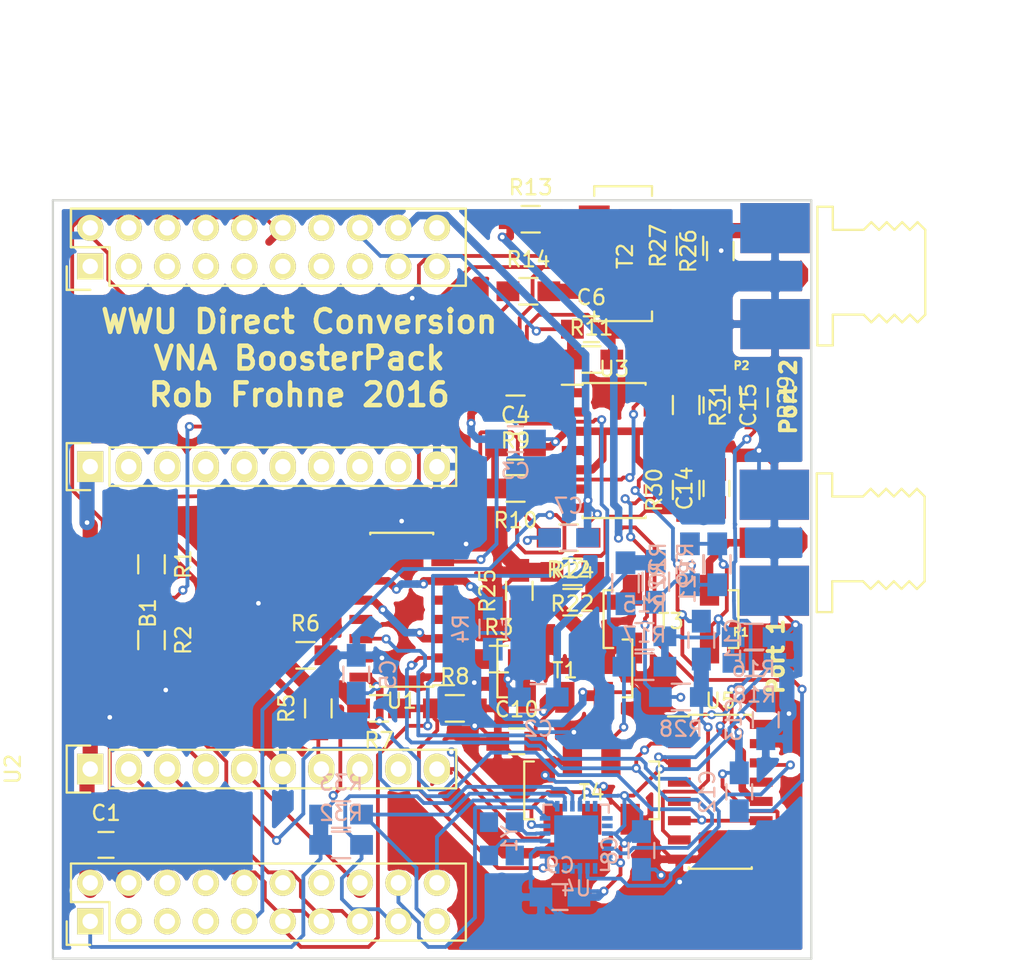
<source format=kicad_pcb>
(kicad_pcb (version 4) (host pcbnew 0.201604041232+6662~43~ubuntu15.10.1-product)
  (layers (0 F.Cu signal) (31 B.Cu signal) (34 B.Paste user hide) (35 F.Paste user hide) (36 B.SilkS user hide) (37 F.SilkS user) (38 B.Mask user hide) (39 F.Mask user hide) (44 Edge.Cuts user))
  (net 0 "")
  (net 1 +5V)
  (net 2 GND)
  (net 3 1.65V)
  (net 4 "Net-(C3-Pad1)")
  (net 5 1.65)
  (net 6 "Net-(C4-Pad1)")
  (net 7 +3V3)
  (net 8 S11_I)
  (net 9 "Net-(C6-Pad2)")
  (net 10 S11_Q)
  (net 11 "Net-(C7-Pad2)")
  (net 12 "Net-(C11-Pad1)")
  (net 13 "Net-(C12-Pad1)")
  (net 14 S21_I)
  (net 15 "Net-(C14-Pad2)")
  (net 16 S21_Q)
  (net 17 "Net-(C15-Pad2)")
  (net 18 "Net-(P1-Pad1)")
  (net 19 S21)
  (net 20 "Net-(R3-Pad1)")
  (net 21 "Net-(R3-Pad2)")
  (net 22 "Net-(R4-Pad1)")
  (net 23 "Net-(R4-Pad2)")
  (net 24 "Net-(R5-Pad1)")
  (net 25 "Net-(R5-Pad2)")
  (net 26 "Net-(R7-Pad1)")
  (net 27 "Net-(R13-Pad1)")
  (net 28 "Net-(R13-Pad2)")
  (net 29 "Net-(R14-Pad1)")
  (net 30 "Net-(R14-Pad2)")
  (net 31 "Net-(R15-Pad1)")
  (net 32 "Net-(R15-Pad2)")
  (net 33 "Net-(R22-Pad1)")
  (net 34 S11)
  (net 35 4XF_Q)
  (net 36 "Net-(U1-Pad4)")
  (net 37 "Net-(U1-Pad5)")
  (net 38 "Net-(U1-Pad10)")
  (net 39 "Net-(U1-Pad13)")
  (net 40 4XF_I)
  (net 41 "Net-(U4-Pad3)")
  (net 42 "Net-(U4-Pad4)")
  (net 43 CKSEL)
  (net 44 SD)
  (net 45 SDA)
  (net 46 SCL)
  (net 47 "Net-(U4-Pad24)")
  (net 48 "Net-(U5-Pad4)")
  (net 49 "Net-(U5-Pad5)")
  (net 50 "Net-(U5-Pad10)")
  (net 51 "Net-(U5-Pad13)")
  (net 52 "Net-(T4-Pad2)")
  (net 53 F_SINE)
  (net 54 "Net-(B1-PadP6.0)")
  (net 55 "Net-(B1-PadP3.2)")
  (net 56 "Net-(B1-PadP3.3)")
  (net 57 "Net-(B1-PadP4.2)")
  (net 58 "Net-(B1-PadP4.4)")
  (net 59 SCLK)
  (net 60 FQ_UD)
  (net 61 "Net-(B1-PadP2.3)")
  (net 62 "Net-(B1-PadP5.1)")
  (net 63 "Net-(B1-PadP6.7)")
  (net 64 MO)
  (net 65 DDS_RST)
  (net 66 "Net-(B1-PadP1.7)")
  (net 67 "Net-(B1-PadP6.6)")
  (net 68 "Net-(B1-PadP5.6)")
  (net 69 "Net-(B1-PadP5.7)")
  (net 70 "Net-(B1-PadRST)")
  (net 71 "Net-(B1-PadP3.0)")
  (net 72 "Net-(B1-PadP2.4)")
  (net 73 "Net-(B1-PadP2.7)")
  (net 74 "Net-(B1-PadP2.5)")
  (net 75 "Net-(B1-PadP2.6)")
  (net 76 "Net-(B1-PadP3.7)")
  (net 77 "Net-(B1-PadP3.6)")
  (net 78 "Net-(B1-PadP3.5)")
  (net 79 "Net-(U2-PadJ4-8)")
  (net 80 "Net-(U2-PadJ4-9)")
  (net 81 "Net-(U2-PadJ2-5)")
  (net 82 "Net-(U2-PadJ2-7)")
  (net 83 "Net-(U2-PadJ2-6)")
  (net 84 "Net-(U2-PadJ2-9)")
  (net 85 "Net-(U2-PadJ2-8)")
  (net 86 "Net-(U2-PadJ2-3)")
  (net 87 "Net-(U2-PadJ2-4)")
  (net 88 "Net-(U2-PadJ2-2)")
  (net 89 "Net-(B1-PadP6.1)")
  (net 90 "Net-(B1-PadP4.0)")
  (net 91 "Net-(B1-PadP4.5)")
  (module NLG24_4x4mm_Pitch0.5mm (layer B.Cu) (at 179.5 102)
    (fp_text reference U4 (at 0 3.375) (layer B.SilkS) (effects (justify mirror)))
    (fp_text value 5P49V5923)
    (pad 1 smd rect (at -1.95 1.25) (size 0.7 0.3) (drill (offset -0.1 0)) (layers B.Cu B.Paste B.Mask) (net 26 "Net-(R7-Pad1)"))
    (pad 2 smd rect (at -1.95 0.75) (size 0.7 0.3) (drill (offset -0.1 0)) (layers B.Cu B.Paste B.Mask) (net 2 GND))
    (pad 3 smd rect (at -1.95 0.25) (size 0.7 0.3) (drill (offset -0.1 0)) (layers B.Cu B.Paste B.Mask) (net 41 "Net-(U4-Pad3)"))
    (pad 4 smd rect (at -1.95 -0.25) (size 0.7 0.3) (drill (offset -0.1 0)) (layers B.Cu B.Paste B.Mask) (net 42 "Net-(U4-Pad4)"))
    (pad 5 smd rect (at -1.95 -0.75) (size 0.7 0.3) (drill (offset -0.1 0)) (layers B.Cu B.Paste B.Mask) (net 7 +3V3))
    (pad 6 smd rect (at -1.95 -1.25) (size 0.7 0.3) (drill (offset -0.1 0)) (layers B.Cu B.Paste B.Mask) (net 43 CKSEL))
    (pad 7 smd rect (at -1.25 -1.95 270) (size 0.7 0.3) (drill (offset -0.1 0)) (layers B.Cu B.Paste B.Mask) (net 44 SD))
    (pad 8 smd rect (at -0.75 -1.95 270) (size 0.7 0.3) (drill (offset -0.1 0)) (layers B.Cu B.Paste B.Mask) (net 45 SDA))
    (pad 9 smd rect (at -0.25 -1.95 270) (size 0.7 0.3) (drill (offset -0.1 0)) (layers B.Cu B.Paste B.Mask) (net 46 SCL))
    (pad 10 smd rect (at 0.25 -1.95 270) (size 0.7 0.3) (drill (offset -0.1 0)) (layers B.Cu B.Paste B.Mask) (net 7 +3V3))
    (pad 11 smd rect (at 0.75 -1.95 270) (size 0.7 0.3) (drill (offset -0.1 0)) (layers B.Cu B.Paste B.Mask))
    (pad 12 smd rect (at 1.25 -1.95 270) (size 0.7 0.3) (drill (offset -0.1 0)) (layers B.Cu B.Paste B.Mask))
    (pad 13 smd rect (at 1.95 -1.25) (size 0.7 0.3) (drill (offset 0.1 0)) (layers B.Cu B.Paste B.Mask))
    (pad 14 smd rect (at 1.95 -0.75) (size 0.7 0.3) (drill (offset 0.1 0)) (layers B.Cu B.Paste B.Mask))
    (pad 15 smd rect (at 1.95 -0.25) (size 0.7 0.3) (drill (offset 0.1 0)) (layers B.Cu B.Paste B.Mask) (net 7 +3V3))
    (pad 16 smd rect (at 1.95 0.25) (size 0.7 0.3) (drill (offset 0.1 0)) (layers B.Cu B.Paste B.Mask))
    (pad 17 smd rect (at 1.95 0.75) (size 0.7 0.3) (drill (offset 0.1 0)) (layers B.Cu B.Paste B.Mask) (net 35 4XF_Q))
    (pad 18 smd rect (at 1.95 1.25) (size 0.7 0.3) (drill (offset 0.1 0)) (layers B.Cu B.Paste B.Mask) (net 7 +3V3))
    (pad 19 smd rect (at 1.25 1.95 270) (size 0.7 0.3) (drill (offset 0.1 0)) (layers B.Cu B.Paste B.Mask))
    (pad 20 smd rect (at 0.75 1.95 270) (size 0.7 0.3) (drill (offset 0.1 0)) (layers B.Cu B.Paste B.Mask) (net 40 4XF_I))
    (pad 21 smd rect (at 0.25 1.95 270) (size 0.7 0.3) (drill (offset 0.1 0)) (layers B.Cu B.Paste B.Mask) (net 7 +3V3))
    (pad 22 smd rect (at -0.25 1.95 270) (size 0.7 0.3) (drill (offset 0.1 0)) (layers B.Cu B.Paste B.Mask) (net 7 +3V3))
    (pad 23 smd rect (at -0.75 1.95 270) (size 0.7 0.3) (drill (offset 0.1 0)) (layers B.Cu B.Paste B.Mask) (net 7 +3V3))
    (pad 24 smd rect (at -1.25 1.95 270) (size 0.7 0.3) (drill (offset 0.1 0)) (layers B.Cu B.Paste B.Mask) (net 47 "Net-(U4-Pad24)"))
    (pad EPAD smd rect (at 0 0) (size 2.9 2.9) (layers B.Cu B.Paste B.Mask) (net 2 GND))
  )
  (module Capacitors_SMD:C_0805_HandSoldering (layer B.Cu) (at 177 92.75)
    (fp_text reference C2 (at 0 2.1) (layer B.SilkS) (effects (justify mirror)))
    (fp_text value 0.1uF)
    (pad 1 smd rect (at -1.25 0) (size 1.5 1.25) (layers B.Cu B.Paste B.Mask) (net 2 GND))
    (pad 2 smd rect (at 1.25 0) (size 1.5 1.25) (layers B.Cu B.Paste B.Mask) (net 3 1.65V))
  )
  (module SMA:4_to_1_Transmission_Line_Transformer (layer F.Cu) (at 181.96 63.52 90)
    (fp_text reference T2 (at -0.156214 0.762971 90) (layer F.SilkS))
    (fp_text value "50:200 ohm")
    (pad 1 smd rect (at -2.54 -1.27 90) (size 1.27 2.032) (layers F.Cu F.Paste F.Mask) (net 30 "Net-(R14-Pad2)"))
    (pad 2 smd rect (at 0 -1.27 90) (size 1.27 2.032) (layers F.Cu F.Paste F.Mask) (net 3 1.65V))
    (pad 3 smd rect (at 2.54 -1.27 90) (size 1.27 2.032) (layers F.Cu F.Paste F.Mask) (net 28 "Net-(R13-Pad2)"))
    (pad 4 smd rect (at -1.27 2.54 90) (size 1.27 2.032) (layers F.Cu F.Paste F.Mask) (net 19 S21))
    (pad 5 smd rect (at 1.27 2.54 90) (size 1.27 2.032) (layers F.Cu F.Paste F.Mask) (net 2 GND))
  )
  (module Housings_SOIC:SOIC-16_3.9x9.9mm_Pitch1.27mm (layer F.Cu) (at 168 87 180)
    (fp_text reference U1 (at 0 -6 180) (layer F.SilkS))
    (fp_text value TS3A5017)
    (pad 1 smd rect (at -2.7 -4.445 180) (size 1.5 0.6) (layers F.Cu F.Paste F.Mask) (net 2 GND))
    (pad 2 smd rect (at -2.7 -3.175 180) (size 1.5 0.6) (layers F.Cu F.Paste F.Mask) (net 35 4XF_Q))
    (pad 3 smd rect (at -2.7 -1.905 180) (size 1.5 0.6) (layers F.Cu F.Paste F.Mask) (net 20 "Net-(R3-Pad1)"))
    (pad 4 smd rect (at -2.7 -0.635 180) (size 1.5 0.6) (layers F.Cu F.Paste F.Mask) (net 36 "Net-(U1-Pad4)"))
    (pad 5 smd rect (at -2.7 0.635 180) (size 1.5 0.6) (layers F.Cu F.Paste F.Mask) (net 37 "Net-(U1-Pad5)"))
    (pad 6 smd rect (at -2.7 1.905 180) (size 1.5 0.6) (layers F.Cu F.Paste F.Mask) (net 22 "Net-(R4-Pad1)"))
    (pad 7 smd rect (at -2.7 3.175 180) (size 1.5 0.6) (layers F.Cu F.Paste F.Mask) (net 4 "Net-(C3-Pad1)"))
    (pad 8 smd rect (at -2.7 4.445 180) (size 1.5 0.6) (layers F.Cu F.Paste F.Mask) (net 2 GND))
    (pad 9 smd rect (at 2.7 4.445 180) (size 1.5 0.6) (layers F.Cu F.Paste F.Mask) (net 6 "Net-(C4-Pad1)"))
    (pad 10 smd rect (at 2.7 3.175 180) (size 1.5 0.6) (layers F.Cu F.Paste F.Mask) (net 38 "Net-(U1-Pad10)"))
    (pad 11 smd rect (at 2.7 1.905 180) (size 1.5 0.6) (layers F.Cu F.Paste F.Mask) (net 22 "Net-(R4-Pad1)"))
    (pad 12 smd rect (at 2.7 0.635 180) (size 1.5 0.6) (layers F.Cu F.Paste F.Mask) (net 20 "Net-(R3-Pad1)"))
    (pad 13 smd rect (at 2.7 -0.635 180) (size 1.5 0.6) (layers F.Cu F.Paste F.Mask) (net 39 "Net-(U1-Pad13)"))
    (pad 14 smd rect (at 2.7 -1.905 180) (size 1.5 0.6) (layers F.Cu F.Paste F.Mask) (net 40 4XF_I))
    (pad 15 smd rect (at 2.7 -3.175 180) (size 1.5 0.6) (layers F.Cu F.Paste F.Mask) (net 2 GND))
    (pad 16 smd rect (at 2.7 -4.445 180) (size 1.5 0.6) (layers F.Cu F.Paste F.Mask) (net 7 +3V3))
  )
  (module SMA:TI_BoosterPack (layer F.Cu) (at 147.46 83.41 90)
    (fp_text reference B1 (at -3.81 3.81 90) (layer F.SilkS))
    (fp_text value EXP-_MSP432P401R_BoosterPack)
    (pad 3.3V thru_hole rect (at -24.13 0 90) (size 1.7272 1.7272) (drill 1.016) (layers *.Cu *.Mask F.SilkS) (net 7 +3V3))
    (pad 5V thru_hole oval (at -21.59 0 90) (size 1.7272 1.7272) (drill 1.016) (layers *.Cu *.Mask F.SilkS) (net 1 +5V))
    (pad P6.0 thru_hole oval (at -24.13 2.54 90) (size 1.7272 1.7272) (drill 1.016) (layers *.Cu *.Mask F.SilkS) (net 54 "Net-(B1-PadP6.0)"))
    (pad GND1 thru_hole oval (at -21.59 2.54 90) (size 1.7272 1.7272) (drill 1.016) (layers *.Cu *.Mask F.SilkS) (net 2 GND))
    (pad P3.2 thru_hole oval (at -24.13 5.08 90) (size 1.7272 1.7272) (drill 1.016) (layers *.Cu *.Mask F.SilkS) (net 55 "Net-(B1-PadP3.2)"))
    (pad P6.1 thru_hole oval (at -21.59 5.08 90) (size 1.7272 1.7272) (drill 1.016) (layers *.Cu *.Mask F.SilkS) (net 89 "Net-(B1-PadP6.1)"))
    (pad P3.3 thru_hole oval (at -24.13 7.62 90) (size 1.7272 1.7272) (drill 1.016) (layers *.Cu *.Mask F.SilkS) (net 56 "Net-(B1-PadP3.3)"))
    (pad P4.0 thru_hole oval (at -21.59 7.62 90) (size 1.7272 1.7272) (drill 1.016) (layers *.Cu *.Mask F.SilkS) (net 90 "Net-(B1-PadP4.0)"))
    (pad P4.1 thru_hole oval (at -24.13 10.16 90) (size 1.7272 1.7272) (drill 1.016) (layers *.Cu *.Mask F.SilkS) (net 16 S21_Q))
    (pad P4.2 thru_hole oval (at -21.59 10.16 90) (size 1.7272 1.7272) (drill 1.016) (layers *.Cu *.Mask F.SilkS) (net 57 "Net-(B1-PadP4.2)"))
    (pad P4.3 thru_hole oval (at -24.13 12.7 90) (size 1.7272 1.7272) (drill 1.016) (layers *.Cu *.Mask F.SilkS) (net 14 S21_I))
    (pad P4.4 thru_hole oval (at -21.59 12.7 90) (size 1.7272 1.7272) (drill 1.016) (layers *.Cu *.Mask F.SilkS) (net 58 "Net-(B1-PadP4.4)"))
    (pad P1.5 thru_hole oval (at -24.13 15.24 90) (size 1.7272 1.7272) (drill 1.016) (layers *.Cu *.Mask F.SilkS) (net 59 SCLK))
    (pad P4.5 thru_hole oval (at -21.59 15.24 90) (size 1.7272 1.7272) (drill 1.016) (layers *.Cu *.Mask F.SilkS) (net 91 "Net-(B1-PadP4.5)"))
    (pad P4.6 thru_hole oval (at -24.13 17.78 90) (size 1.7272 1.7272) (drill 1.016) (layers *.Cu *.Mask F.SilkS) (net 60 FQ_UD))
    (pad P4.7 thru_hole oval (at -21.59 17.78 90) (size 1.7272 1.7272) (drill 1.016) (layers *.Cu *.Mask F.SilkS) (net 65 DDS_RST))
    (pad P6.5 thru_hole oval (at -24.13 20.32 90) (size 1.7272 1.7272) (drill 1.016) (layers *.Cu *.Mask F.SilkS) (net 46 SCL))
    (pad P5.4 thru_hole oval (at -21.59 20.32 90) (size 1.7272 1.7272) (drill 1.016) (layers *.Cu *.Mask F.SilkS) (net 43 CKSEL))
    (pad P6.4 thru_hole oval (at -24.13 22.86 90) (size 1.7272 1.7272) (drill 1.016) (layers *.Cu *.Mask F.SilkS) (net 45 SDA))
    (pad P5.5 thru_hole oval (at -21.59 22.86 90) (size 1.7272 1.7272) (drill 1.016) (layers *.Cu *.Mask F.SilkS) (net 44 SD))
    (pad P2.3 thru_hole oval (at 19.05 15.24 90) (size 1.7272 1.7272) (drill 1.016) (layers *.Cu *.Mask F.SilkS) (net 61 "Net-(B1-PadP2.3)"))
    (pad P5.1 thru_hole oval (at 19.05 17.78 90) (size 1.7272 1.7272) (drill 1.016) (layers *.Cu *.Mask F.SilkS) (net 62 "Net-(B1-PadP5.1)"))
    (pad P6.7 thru_hole oval (at 19.05 12.7 90) (size 1.7272 1.7272) (drill 1.016) (layers *.Cu *.Mask F.SilkS) (net 63 "Net-(B1-PadP6.7)"))
    (pad P1.6 thru_hole oval (at 21.59 12.7 90) (size 1.7272 1.7272) (drill 1.016) (layers *.Cu *.Mask F.SilkS) (net 64 MO))
    (pad P5.0 thru_hole oval (at 21.59 17.78 90) (size 1.7272 1.7272) (drill 1.016) (layers *.Cu *.Mask F.SilkS) (net 8 S11_I))
    (pad P1.7 thru_hole oval (at 21.59 15.24 90) (size 1.7272 1.7272) (drill 1.016) (layers *.Cu *.Mask F.SilkS) (net 66 "Net-(B1-PadP1.7)"))
    (pad P6.6 thru_hole oval (at 19.05 10.16 90) (size 1.7272 1.7272) (drill 1.016) (layers *.Cu *.Mask F.SilkS) (net 67 "Net-(B1-PadP6.6)"))
    (pad P5.6 thru_hole oval (at 19.05 7.62 90) (size 1.7272 1.7272) (drill 1.016) (layers *.Cu *.Mask F.SilkS) (net 68 "Net-(B1-PadP5.6)"))
    (pad P5.7 thru_hole oval (at 21.59 7.62 90) (size 1.7272 1.7272) (drill 1.016) (layers *.Cu *.Mask F.SilkS) (net 69 "Net-(B1-PadP5.7)"))
    (pad RST thru_hole oval (at 21.59 10.16 90) (size 1.7272 1.7272) (drill 1.016) (layers *.Cu *.Mask F.SilkS) (net 70 "Net-(B1-PadRST)"))
    (pad P3.0 thru_hole oval (at 21.59 5.08 90) (size 1.7272 1.7272) (drill 1.016) (layers *.Cu *.Mask F.SilkS) (net 71 "Net-(B1-PadP3.0)"))
    (pad P2.4 thru_hole oval (at 19.05 5.08 90) (size 1.7272 1.7272) (drill 1.016) (layers *.Cu *.Mask F.SilkS) (net 72 "Net-(B1-PadP2.4)"))
    (pad P2.7 thru_hole rect (at 19.05 0 90) (size 1.7272 1.7272) (drill 1.016) (layers *.Cu *.Mask F.SilkS) (net 73 "Net-(B1-PadP2.7)"))
    (pad P2.5 thru_hole oval (at 21.59 2.54 90) (size 1.7272 1.7272) (drill 1.016) (layers *.Cu *.Mask F.SilkS) (net 74 "Net-(B1-PadP2.5)"))
    (pad P2.6 thru_hole oval (at 19.05 2.54 90) (size 1.7272 1.7272) (drill 1.016) (layers *.Cu *.Mask F.SilkS) (net 75 "Net-(B1-PadP2.6)"))
    (pad GND thru_hole oval (at 21.59 0 90) (size 1.7272 1.7272) (drill 1.016) (layers *.Cu *.Mask F.SilkS) (net 2 GND))
    (pad P3.7 thru_hole oval (at 19.05 22.86 90) (size 1.7272 1.7272) (drill 1.016) (layers *.Cu *.Mask F.SilkS) (net 76 "Net-(B1-PadP3.7)"))
    (pad P3.6 thru_hole oval (at 21.59 22.86 90) (size 1.7272 1.7272) (drill 1.016) (layers *.Cu *.Mask F.SilkS) (net 77 "Net-(B1-PadP3.6)"))
    (pad P5.2 thru_hole oval (at 21.59 20.32 90) (size 1.7272 1.7272) (drill 1.016) (layers *.Cu *.Mask F.SilkS) (net 10 S11_Q))
    (pad P3.5 thru_hole oval (at 19.05 20.32 90) (size 1.7272 1.7272) (drill 1.016) (layers *.Cu *.Mask F.SilkS) (net 78 "Net-(B1-PadP3.5)"))
  )
  (module Capacitors_SMD:C_0805_HandSoldering (layer F.Cu) (at 148.5 102.5)
    (fp_text reference C1 (at 0 -2.1) (layer F.SilkS))
    (fp_text value 0.1uF)
    (pad 1 smd rect (at -1.25 0) (size 1.5 1.25) (layers F.Cu F.Paste F.Mask) (net 1 +5V))
    (pad 2 smd rect (at 1.25 0) (size 1.5 1.25) (layers F.Cu F.Paste F.Mask) (net 2 GND))
  )
  (module Capacitors_SMD:C_0805_HandSoldering (layer B.Cu) (at 175.5 75.75)
    (fp_text reference C3 (at 0 2.1) (layer B.SilkS) (effects (justify mirror)))
    (fp_text value 0.1uF)
    (pad 1 smd rect (at -1.25 0) (size 1.5 1.25) (layers B.Cu B.Paste B.Mask) (net 4 "Net-(C3-Pad1)"))
    (pad 2 smd rect (at 1.25 0) (size 1.5 1.25) (layers B.Cu B.Paste B.Mask) (net 5 1.65))
  )
  (module Capacitors_SMD:C_0805_HandSoldering (layer F.Cu) (at 175.5 76.25)
    (fp_text reference C4 (at 0 -2.1) (layer F.SilkS))
    (fp_text value 0.1uF)
    (pad 1 smd rect (at -1.25 0) (size 1.5 1.25) (layers F.Cu F.Paste F.Mask) (net 6 "Net-(C4-Pad1)"))
    (pad 2 smd rect (at 1.25 0) (size 1.5 1.25) (layers F.Cu F.Paste F.Mask) (net 5 1.65))
  )
  (module Capacitors_SMD:C_0805_HandSoldering (layer B.Cu) (at 165 91.25 90)
    (fp_text reference C5 (at 0 2.1 90) (layer B.SilkS) (effects (justify mirror)))
    (fp_text value 1.0uF)
    (pad 1 smd rect (at -1.25 0 90) (size 1.5 1.25) (layers B.Cu B.Paste B.Mask) (net 7 +3V3))
    (pad 2 smd rect (at 1.25 0 90) (size 1.5 1.25) (layers B.Cu B.Paste B.Mask) (net 2 GND))
  )
  (module Capacitors_SMD:C_0805_HandSoldering (layer F.Cu) (at 180.5 68.5)
    (fp_text reference C6 (at 0 -2.1) (layer F.SilkS))
    (fp_text value "0.01 uF")
    (pad 1 smd rect (at -1.25 0) (size 1.5 1.25) (layers F.Cu F.Paste F.Mask) (net 8 S11_I))
    (pad 2 smd rect (at 1.25 0) (size 1.5 1.25) (layers F.Cu F.Paste F.Mask) (net 9 "Net-(C6-Pad2)"))
  )
  (module Capacitors_SMD:C_0805_HandSoldering (layer B.Cu) (at 179 82.25 180)
    (fp_text reference C7 (at 0 2.1 180) (layer B.SilkS) (effects (justify mirror)))
    (fp_text value 0.01uF)
    (pad 1 smd rect (at -1.25 0 180) (size 1.5 1.25) (layers B.Cu B.Paste B.Mask) (net 10 S11_Q))
    (pad 2 smd rect (at 1.25 0 180) (size 1.5 1.25) (layers B.Cu B.Paste B.Mask) (net 11 "Net-(C7-Pad2)"))
  )
  (module Capacitors_SMD:C_0805_HandSoldering (layer B.Cu) (at 183.8 102.87 270)
    (fp_text reference C8 (at 0 2.1 270) (layer B.SilkS) (effects (justify mirror)))
    (fp_text value "1.0 uF")
    (pad 1 smd rect (at -1.25 0 270) (size 1.5 1.25) (layers B.Cu B.Paste B.Mask) (net 7 +3V3))
    (pad 2 smd rect (at 1.25 0 270) (size 1.5 1.25) (layers B.Cu B.Paste B.Mask) (net 2 GND))
  )
  (module Capacitors_SMD:C_0805_HandSoldering (layer B.Cu) (at 178.43 105.94 180)
    (fp_text reference C9 (at 0 2.1 180) (layer B.SilkS) (effects (justify mirror)))
    (fp_text value "1.0 uF")
    (pad 1 smd rect (at -1.25 0 180) (size 1.5 1.25) (layers B.Cu B.Paste B.Mask) (net 7 +3V3))
    (pad 2 smd rect (at 1.25 0 180) (size 1.5 1.25) (layers B.Cu B.Paste B.Mask) (net 2 GND))
  )
  (module Capacitors_SMD:C_0805_HandSoldering (layer F.Cu) (at 175.58 95.67)
    (fp_text reference C10 (at 0 -2.1) (layer F.SilkS))
    (fp_text value 0.1uF)
    (pad 1 smd rect (at -1.25 0) (size 1.5 1.25) (layers F.Cu F.Paste F.Mask) (net 2 GND))
    (pad 2 smd rect (at 1.25 0) (size 1.5 1.25) (layers F.Cu F.Paste F.Mask) (net 3 1.65V))
  )
  (module Capacitors_SMD:C_0805_HandSoldering (layer B.Cu) (at 187.75 89 90)
    (fp_text reference C11 (at 0 2.1 90) (layer B.SilkS) (effects (justify mirror)))
    (fp_text value 0.1uF)
    (pad 1 smd rect (at -1.25 0 90) (size 1.5 1.25) (layers B.Cu B.Paste B.Mask) (net 12 "Net-(C11-Pad1)"))
    (pad 2 smd rect (at 1.25 0 90) (size 1.5 1.25) (layers B.Cu B.Paste B.Mask) (net 5 1.65))
  )
  (module Capacitors_SMD:C_0805_HandSoldering (layer B.Cu) (at 190.25 99 270)
    (fp_text reference C12 (at 0 2.1 270) (layer B.SilkS) (effects (justify mirror)))
    (fp_text value 0.1uF)
    (pad 1 smd rect (at -1.25 0 270) (size 1.5 1.25) (layers B.Cu B.Paste B.Mask) (net 13 "Net-(C12-Pad1)"))
    (pad 2 smd rect (at 1.25 0 270) (size 1.5 1.25) (layers B.Cu B.Paste B.Mask) (net 5 1.65))
  )
  (module Capacitors_SMD:C_0805_HandSoldering (layer B.Cu) (at 192 94.25 270)
    (fp_text reference C13 (at 0 2.1 270) (layer B.SilkS) (effects (justify mirror)))
    (fp_text value 1.0uF)
    (pad 1 smd rect (at -1.25 0 270) (size 1.5 1.25) (layers B.Cu B.Paste B.Mask) (net 7 +3V3))
    (pad 2 smd rect (at 1.25 0 270) (size 1.5 1.25) (layers B.Cu B.Paste B.Mask) (net 2 GND))
  )
  (module Capacitors_SMD:C_0805_HandSoldering (layer F.Cu) (at 188.75 79 90)
    (fp_text reference C14 (at 0 -2.1 90) (layer F.SilkS))
    (fp_text value 0.01uF)
    (pad 1 smd rect (at -1.25 0 90) (size 1.5 1.25) (layers F.Cu F.Paste F.Mask) (net 14 S21_I))
    (pad 2 smd rect (at 1.25 0 90) (size 1.5 1.25) (layers F.Cu F.Paste F.Mask) (net 15 "Net-(C14-Pad2)"))
  )
  (module Capacitors_SMD:C_0805_HandSoldering (layer F.Cu) (at 188.75 73.5 270)
    (fp_text reference C15 (at 0 -2.1 270) (layer F.SilkS))
    (fp_text value 0.01uF)
    (pad 1 smd rect (at -1.25 0 270) (size 1.5 1.25) (layers F.Cu F.Paste F.Mask) (net 16 S21_Q))
    (pad 2 smd rect (at 1.25 0 270) (size 1.5 1.25) (layers F.Cu F.Paste F.Mask) (net 17 "Net-(C15-Pad2)"))
  )
  (module SMA:SMA_EDGE (layer F.Cu) (at 201.458 82.58)
    (fp_text reference P1 (at -11.1 5.9) (layer F.SilkS) (effects (font (size 0.524 0.524) (thickness 0.131))))
    (fp_text value BNC hide)
    (pad 2 connect rect (at -8.89 -3.16484) (size 4.572 3.302) (layers F.Cu F.Mask) (net 2 GND))
    (pad 1 connect trapezoid (at -6.958 -0.08) (size 0.50038 1.39954) (rect_delta 0.59944 0) (layers F.Cu F.Mask) (net 18 "Net-(P1-Pad1)"))
    (pad 2 connect rect (at -8.89 3.16484) (size 4.572 3.302) (layers B.Cu B.Mask) (net 2 GND))
    (pad 1 connect rect (at -9.144 0) (size 4.07162 1.99898) (layers F.Cu F.Mask) (net 18 "Net-(P1-Pad1)"))
    (pad 2 connect rect (at -8.89 -3.16484) (size 4.572 3.302) (layers B.Cu B.Mask) (net 2 GND))
    (pad 2 connect rect (at -8.89 3.16484) (size 4.572 3.302) (layers F.Cu F.Mask) (net 2 GND))
  )
  (module SMA:SMA_EDGE (layer F.Cu) (at 201.5 65)
    (fp_text reference P2 (at -11.1 5.9) (layer F.SilkS) (effects (font (size 0.524 0.524) (thickness 0.131))))
    (fp_text value BNC hide)
    (pad 2 connect rect (at -8.89 -3.16484) (size 4.572 3.302) (layers F.Cu F.Mask) (net 2 GND))
    (pad 1 connect trapezoid (at -6.958 -0.08) (size 0.50038 1.39954) (rect_delta 0.59944 0) (layers F.Cu F.Mask) (net 19 S21))
    (pad 2 connect rect (at -8.89 3.16484) (size 4.572 3.302) (layers B.Cu B.Mask) (net 2 GND))
    (pad 1 connect rect (at -9.144 0) (size 4.07162 1.99898) (layers F.Cu F.Mask) (net 19 S21))
    (pad 2 connect rect (at -8.89 -3.16484) (size 4.572 3.302) (layers B.Cu B.Mask) (net 2 GND))
    (pad 2 connect rect (at -8.89 3.16484) (size 4.572 3.302) (layers F.Cu F.Mask) (net 2 GND))
  )
  (module Resistors_SMD:R_0805_HandSoldering (layer F.Cu) (at 151.5 84 270)
    (fp_text reference R1 (at 0 -2.1 270) (layer F.SilkS))
    (fp_text value 2.2K)
    (pad 1 smd rect (at -1.35 0 270) (size 1.5 1.3) (layers F.Cu F.Paste F.Mask) (net 7 +3V3))
    (pad 2 smd rect (at 1.35 0 270) (size 1.5 1.3) (layers F.Cu F.Paste F.Mask) (net 3 1.65V))
  )
  (module Resistors_SMD:R_0805_HandSoldering (layer F.Cu) (at 151.5 89 270)
    (fp_text reference R2 (at 0 -2.1 270) (layer F.SilkS))
    (fp_text value 2.2K)
    (pad 1 smd rect (at -1.35 0 270) (size 1.5 1.3) (layers F.Cu F.Paste F.Mask) (net 3 1.65V))
    (pad 2 smd rect (at 1.35 0 270) (size 1.5 1.3) (layers F.Cu F.Paste F.Mask) (net 2 GND))
  )
  (module Resistors_SMD:R_0805_HandSoldering (layer F.Cu) (at 174.4 90.25)
    (fp_text reference R3 (at 0 -2.1) (layer F.SilkS))
    (fp_text value 1)
    (pad 1 smd rect (at -1.35 0) (size 1.5 1.3) (layers F.Cu F.Paste F.Mask) (net 20 "Net-(R3-Pad1)"))
    (pad 2 smd rect (at 1.35 0) (size 1.5 1.3) (layers F.Cu F.Paste F.Mask) (net 21 "Net-(R3-Pad2)"))
  )
  (module Resistors_SMD:R_0805_HandSoldering (layer B.Cu) (at 174 88.25 270)
    (fp_text reference R4 (at 0 2.1 270) (layer B.SilkS) (effects (justify mirror)))
    (fp_text value 1)
    (pad 1 smd rect (at -1.35 0 270) (size 1.5 1.3) (layers B.Cu B.Paste B.Mask) (net 22 "Net-(R4-Pad1)"))
    (pad 2 smd rect (at 1.35 0 270) (size 1.5 1.3) (layers B.Cu B.Paste B.Mask) (net 23 "Net-(R4-Pad2)"))
  )
  (module Resistors_SMD:R_0805_HandSoldering (layer F.Cu) (at 162.5 93.5 90)
    (fp_text reference R5 (at 0 -2.1 90) (layer F.SilkS))
    (fp_text value 51)
    (pad 1 smd rect (at -1.35 0 90) (size 1.5 1.3) (layers F.Cu F.Paste F.Mask) (net 24 "Net-(R5-Pad1)"))
    (pad 2 smd rect (at 1.35 0 90) (size 1.5 1.3) (layers F.Cu F.Paste F.Mask) (net 25 "Net-(R5-Pad2)"))
  )
  (module Resistors_SMD:R_0805_HandSoldering (layer F.Cu) (at 161.65 90)
    (fp_text reference R6 (at 0 -2.1) (layer F.SilkS))
    (fp_text value 120)
    (pad 1 smd rect (at -1.35 0) (size 1.5 1.3) (layers F.Cu F.Paste F.Mask) (net 25 "Net-(R5-Pad2)"))
    (pad 2 smd rect (at 1.35 0) (size 1.5 1.3) (layers F.Cu F.Paste F.Mask) (net 2 GND))
  )
  (module Resistors_SMD:R_0805_HandSoldering (layer F.Cu) (at 166.5 93.5 180)
    (fp_text reference R7 (at 0 -2.1 180) (layer F.SilkS))
    (fp_text value 51)
    (pad 1 smd rect (at -1.35 0 180) (size 1.5 1.3) (layers F.Cu F.Paste F.Mask) (net 26 "Net-(R7-Pad1)"))
    (pad 2 smd rect (at 1.35 0 180) (size 1.5 1.3) (layers F.Cu F.Paste F.Mask) (net 25 "Net-(R5-Pad2)"))
  )
  (module Resistors_SMD:R_0805_HandSoldering (layer F.Cu) (at 171.5 93.5)
    (fp_text reference R8 (at 0 -2.1) (layer F.SilkS))
    (fp_text value 36)
    (pad 1 smd rect (at -1.35 0) (size 1.5 1.3) (layers F.Cu F.Paste F.Mask) (net 26 "Net-(R7-Pad1)"))
    (pad 2 smd rect (at 1.35 0) (size 1.5 1.3) (layers F.Cu F.Paste F.Mask) (net 2 GND))
  )
  (module Resistors_SMD:R_0805_HandSoldering (layer F.Cu) (at 175.5 73.75 180)
    (fp_text reference R9 (at 0 -2.1 180) (layer F.SilkS))
    (fp_text value R)
    (pad 1 smd rect (at -1.35 0 180) (size 1.5 1.3) (layers F.Cu F.Paste F.Mask) (net 9 "Net-(C6-Pad2)"))
    (pad 2 smd rect (at 1.35 0 180) (size 1.5 1.3) (layers F.Cu F.Paste F.Mask) (net 4 "Net-(C3-Pad1)"))
  )
  (module Resistors_SMD:R_0805_HandSoldering (layer F.Cu) (at 175.5 79 180)
    (fp_text reference R10 (at 0 -2.1 180) (layer F.SilkS))
    (fp_text value 10)
    (pad 1 smd rect (at -1.35 0 180) (size 1.5 1.3) (layers F.Cu F.Paste F.Mask) (net 11 "Net-(C7-Pad2)"))
    (pad 2 smd rect (at 1.35 0 180) (size 1.5 1.3) (layers F.Cu F.Paste F.Mask) (net 6 "Net-(C4-Pad1)"))
  )
  (module Resistors_SMD:R_0805_HandSoldering (layer F.Cu) (at 180.5 70.5)
    (fp_text reference R11 (at 0 -2.1) (layer F.SilkS))
    (fp_text value 4.7K)
    (pad 1 smd rect (at -1.35 0) (size 1.5 1.3) (layers F.Cu F.Paste F.Mask) (net 8 S11_I))
    (pad 2 smd rect (at 1.35 0) (size 1.5 1.3) (layers F.Cu F.Paste F.Mask) (net 9 "Net-(C6-Pad2)"))
  )
  (module Resistors_SMD:R_0805_HandSoldering (layer F.Cu) (at 179 82.25 180)
    (fp_text reference R12 (at 0 -2.1 180) (layer F.SilkS))
    (fp_text value 4.7K)
    (pad 1 smd rect (at -1.35 0 180) (size 1.5 1.3) (layers F.Cu F.Paste F.Mask) (net 10 S11_Q))
    (pad 2 smd rect (at 1.35 0 180) (size 1.5 1.3) (layers F.Cu F.Paste F.Mask) (net 11 "Net-(C7-Pad2)"))
  )
  (module Resistors_SMD:R_0805_HandSoldering (layer F.Cu) (at 176.5 61.25)
    (fp_text reference R13 (at 0 -2.1) (layer F.SilkS))
    (fp_text value 1)
    (pad 1 smd rect (at -1.35 0) (size 1.5 1.3) (layers F.Cu F.Paste F.Mask) (net 27 "Net-(R13-Pad1)"))
    (pad 2 smd rect (at 1.35 0) (size 1.5 1.3) (layers F.Cu F.Paste F.Mask) (net 28 "Net-(R13-Pad2)"))
  )
  (module Resistors_SMD:R_0805_HandSoldering (layer F.Cu) (at 176.35 66)
    (fp_text reference R14 (at 0 -2.1) (layer F.SilkS))
    (fp_text value 1)
    (pad 1 smd rect (at -1.35 0) (size 1.5 1.3) (layers F.Cu F.Paste F.Mask) (net 29 "Net-(R14-Pad1)"))
    (pad 2 smd rect (at 1.35 0) (size 1.5 1.3) (layers F.Cu F.Paste F.Mask) (net 30 "Net-(R14-Pad2)"))
  )
  (module Resistors_SMD:R_0805_HandSoldering (layer B.Cu) (at 184 88.75 180)
    (fp_text reference R15 (at 0 2.1 180) (layer B.SilkS) (effects (justify mirror)))
    (fp_text value 100)
    (pad 1 smd rect (at -1.35 0 180) (size 1.5 1.3) (layers B.Cu B.Paste B.Mask) (net 31 "Net-(R15-Pad1)"))
    (pad 2 smd rect (at 1.35 0 180) (size 1.5 1.3) (layers B.Cu B.Paste B.Mask) (net 32 "Net-(R15-Pad2)"))
  )
  (module Resistors_SMD:R_0805_HandSoldering (layer B.Cu) (at 191.2 88.8)
    (fp_text reference R16 (at 0 2.1) (layer B.SilkS) (effects (justify mirror)))
    (fp_text value 100)
    (pad 1 smd rect (at -1.35 0) (size 1.5 1.3) (layers B.Cu B.Paste B.Mask) (net 31 "Net-(R15-Pad1)"))
    (pad 2 smd rect (at 1.35 0) (size 1.5 1.3) (layers B.Cu B.Paste B.Mask) (net 2 GND))
  )
  (module Resistors_SMD:R_0805_HandSoldering (layer B.Cu) (at 184 90.75 180)
    (fp_text reference R17 (at 0 2.1 180) (layer B.SilkS) (effects (justify mirror)))
    (fp_text value 100)
    (pad 1 smd rect (at -1.35 0 180) (size 1.5 1.3) (layers B.Cu B.Paste B.Mask) (net 31 "Net-(R15-Pad1)"))
    (pad 2 smd rect (at 1.35 0 180) (size 1.5 1.3) (layers B.Cu B.Paste B.Mask) (net 32 "Net-(R15-Pad2)"))
  )
  (module Resistors_SMD:R_0805_HandSoldering (layer B.Cu) (at 191.25 90.5)
    (fp_text reference R18 (at 0 2.1) (layer B.SilkS) (effects (justify mirror)))
    (fp_text value 100)
    (pad 1 smd rect (at -1.35 0) (size 1.5 1.3) (layers B.Cu B.Paste B.Mask) (net 31 "Net-(R15-Pad1)"))
    (pad 2 smd rect (at 1.35 0) (size 1.5 1.3) (layers B.Cu B.Paste B.Mask) (net 2 GND))
  )
  (module Resistors_SMD:R_0805_HandSoldering (layer B.Cu) (at 188.8 84 270)
    (fp_text reference R19 (at 0 2.1 270) (layer B.SilkS) (effects (justify mirror)))
    (fp_text value 100)
    (pad 1 smd rect (at -1.35 0 270) (size 1.5 1.3) (layers B.Cu B.Paste B.Mask) (net 31 "Net-(R15-Pad1)"))
    (pad 2 smd rect (at 1.35 0 270) (size 1.5 1.3) (layers B.Cu B.Paste B.Mask) (net 18 "Net-(P1-Pad1)"))
  )
  (module Resistors_SMD:R_0805_HandSoldering (layer B.Cu) (at 187 84 270)
    (fp_text reference R20 (at 0 2.1 270) (layer B.SilkS) (effects (justify mirror)))
    (fp_text value 100)
    (pad 1 smd rect (at -1.35 0 270) (size 1.5 1.3) (layers B.Cu B.Paste B.Mask) (net 31 "Net-(R15-Pad1)"))
    (pad 2 smd rect (at 1.35 0 270) (size 1.5 1.3) (layers B.Cu B.Paste B.Mask) (net 18 "Net-(P1-Pad1)"))
  )
  (module Resistors_SMD:R_0805_HandSoldering (layer B.Cu) (at 184.75 85.15 90)
    (fp_text reference R21 (at 0 2.1 90) (layer B.SilkS) (effects (justify mirror)))
    (fp_text value 100)
    (pad 1 smd rect (at -1.35 0 90) (size 1.5 1.3) (layers B.Cu B.Paste B.Mask) (net 18 "Net-(P1-Pad1)"))
    (pad 2 smd rect (at 1.35 0 90) (size 1.5 1.3) (layers B.Cu B.Paste B.Mask) (net 32 "Net-(R15-Pad2)"))
  )
  (module Resistors_SMD:R_0805_HandSoldering (layer F.Cu) (at 179.25 84.5 180)
    (fp_text reference R22 (at 0 -2.1 180) (layer F.SilkS))
    (fp_text value R)
    (pad 1 smd rect (at -1.35 0 180) (size 1.5 1.3) (layers F.Cu F.Paste F.Mask) (net 33 "Net-(R22-Pad1)"))
    (pad 2 smd rect (at 1.35 0 180) (size 1.5 1.3) (layers F.Cu F.Paste F.Mask) (net 2 GND))
  )
  (module Resistors_SMD:R_0805_HandSoldering (layer B.Cu) (at 182.75 85.25 90)
    (fp_text reference R23 (at 0 2.1 90) (layer B.SilkS) (effects (justify mirror)))
    (fp_text value 100)
    (pad 1 smd rect (at -1.35 0 90) (size 1.5 1.3) (layers B.Cu B.Paste B.Mask) (net 18 "Net-(P1-Pad1)"))
    (pad 2 smd rect (at 1.35 0 90) (size 1.5 1.3) (layers B.Cu B.Paste B.Mask) (net 32 "Net-(R15-Pad2)"))
  )
  (module Resistors_SMD:R_0805_HandSoldering (layer F.Cu) (at 179.25 86.5)
    (fp_text reference R24 (at 0 -2.1) (layer F.SilkS))
    (fp_text value R)
    (pad 1 smd rect (at -1.35 0) (size 1.5 1.3) (layers F.Cu F.Paste F.Mask) (net 34 S11))
    (pad 2 smd rect (at 1.35 0) (size 1.5 1.3) (layers F.Cu F.Paste F.Mask) (net 33 "Net-(R22-Pad1)"))
  )
  (module Resistors_SMD:R_0805_HandSoldering (layer F.Cu) (at 175.75 85.75 90)
    (fp_text reference R25 (at 0 -2.1 90) (layer F.SilkS))
    (fp_text value R)
    (pad 1 smd rect (at -1.35 0 90) (size 1.5 1.3) (layers F.Cu F.Paste F.Mask) (net 34 S11))
    (pad 2 smd rect (at 1.35 0 90) (size 1.5 1.3) (layers F.Cu F.Paste F.Mask) (net 2 GND))
  )
  (module Resistors_SMD:R_0805_HandSoldering (layer F.Cu) (at 189 63.35 90)
    (fp_text reference R26 (at 0 -2.1 90) (layer F.SilkS))
    (fp_text value 100)
    (pad 1 smd rect (at -1.35 0 90) (size 1.5 1.3) (layers F.Cu F.Paste F.Mask) (net 19 S21))
    (pad 2 smd rect (at 1.35 0 90) (size 1.5 1.3) (layers F.Cu F.Paste F.Mask) (net 2 GND))
  )
  (module Resistors_SMD:R_0805_HandSoldering (layer F.Cu) (at 187 63 90)
    (fp_text reference R27 (at 0 -2.1 90) (layer F.SilkS))
    (fp_text value 100)
    (pad 1 smd rect (at -1.35 0 90) (size 1.5 1.3) (layers F.Cu F.Paste F.Mask) (net 19 S21))
    (pad 2 smd rect (at 1.35 0 90) (size 1.5 1.3) (layers F.Cu F.Paste F.Mask) (net 2 GND))
  )
  (module Resistors_SMD:R_0805_HandSoldering (layer B.Cu) (at 186.4 92.75)
    (fp_text reference R28 (at 0 2.1) (layer B.SilkS) (effects (justify mirror)))
    (fp_text value R)
    (pad 1 smd rect (at -1.35 0) (size 1.5 1.3) (layers B.Cu B.Paste B.Mask) (net 15 "Net-(C14-Pad2)"))
    (pad 2 smd rect (at 1.35 0) (size 1.5 1.3) (layers B.Cu B.Paste B.Mask) (net 12 "Net-(C11-Pad1)"))
  )
  (module Resistors_SMD:R_0805_HandSoldering (layer F.Cu) (at 186.75 79.1 90)
    (fp_text reference R30 (at 0 -2.1 90) (layer F.SilkS))
    (fp_text value 4.7K)
    (pad 1 smd rect (at -1.35 0 90) (size 1.5 1.3) (layers F.Cu F.Paste F.Mask) (net 14 S21_I))
    (pad 2 smd rect (at 1.35 0 90) (size 1.5 1.3) (layers F.Cu F.Paste F.Mask) (net 15 "Net-(C14-Pad2)"))
  )
  (module Resistors_SMD:R_0805_HandSoldering (layer F.Cu) (at 186.75 73.5 270)
    (fp_text reference R31 (at 0 -2.1 270) (layer F.SilkS))
    (fp_text value 4.7K)
    (pad 1 smd rect (at -1.35 0 270) (size 1.5 1.3) (layers F.Cu F.Paste F.Mask) (net 16 S21_Q))
    (pad 2 smd rect (at 1.35 0 270) (size 1.5 1.3) (layers F.Cu F.Paste F.Mask) (net 17 "Net-(C15-Pad2)"))
  )
  (module Resistors_SMD:R_0805_HandSoldering (layer B.Cu) (at 164 102.5 180)
    (fp_text reference R32 (at 0 2.1 180) (layer B.SilkS) (effects (justify mirror)))
    (fp_text value 10K)
    (pad 1 smd rect (at -1.35 0 180) (size 1.5 1.3) (layers B.Cu B.Paste B.Mask) (net 46 SCL))
    (pad 2 smd rect (at 1.35 0 180) (size 1.5 1.3) (layers B.Cu B.Paste B.Mask) (net 7 +3V3))
  )
  (module Resistors_SMD:R_0805_HandSoldering (layer B.Cu) (at 164 100.5 180)
    (fp_text reference R33 (at 0 2.1 180) (layer B.SilkS) (effects (justify mirror)))
    (fp_text value 10K)
    (pad 1 smd rect (at -1.35 0 180) (size 1.5 1.3) (layers B.Cu B.Paste B.Mask) (net 45 SDA))
    (pad 2 smd rect (at 1.35 0 180) (size 1.5 1.3) (layers B.Cu B.Paste B.Mask) (net 7 +3V3))
  )
  (module SMA:4_to_1_Transmission_Line_Transformer (layer F.Cu) (at 178.75 91.5 180)
    (fp_text reference T1 (at 0 0.5 180) (layer F.SilkS))
    (fp_text value "50:200 ohm")
    (pad 1 smd rect (at -2.54 -1.27 180) (size 1.27 2.032) (layers F.Cu F.Paste F.Mask) (net 23 "Net-(R4-Pad2)"))
    (pad 2 smd rect (at 0 -1.27 180) (size 1.27 2.032) (layers F.Cu F.Paste F.Mask) (net 3 1.65V))
    (pad 3 smd rect (at 2.54 -1.27 180) (size 1.27 2.032) (layers F.Cu F.Paste F.Mask) (net 21 "Net-(R3-Pad2)"))
    (pad 4 smd rect (at -1.27 2.54 180) (size 1.27 2.032) (layers F.Cu F.Paste F.Mask) (net 34 S11))
    (pad 5 smd rect (at 1.27 2.54 180) (size 1.27 2.032) (layers F.Cu F.Paste F.Mask) (net 2 GND))
  )
  (module SMA:1_to_1_Balun (layer F.Cu) (at 185.75 88.25 180)
    (fp_text reference T3 (at 0 0.5 180) (layer F.SilkS))
    (fp_text value Balun)
    (pad 1 smd rect (at -2.54 -1.27 180) (size 1.27 2.032) (layers F.Cu F.Paste F.Mask) (net 31 "Net-(R15-Pad1)"))
    (pad 3 smd rect (at 2.54 -1.27 180) (size 1.27 2.032) (layers F.Cu F.Paste F.Mask) (net 2 GND))
    (pad 2 smd rect (at -2.54 2.54 180) (size 1.27 2.032) (layers F.Cu F.Paste F.Mask) (net 18 "Net-(P1-Pad1)"))
    (pad 4 smd rect (at 2.54 2.54 180) (size 1.27 2.032) (layers F.Cu F.Paste F.Mask) (net 33 "Net-(R22-Pad1)"))
  )
  (module SMA:4_to_1_Transmission_Line_Transformer (layer F.Cu) (at 180.52 99.54 180)
    (fp_text reference T4 (at 0 0.5 180) (layer F.SilkS))
    (fp_text value "4:1 (Z)")
    (pad 1 smd rect (at -2.54 -1.27 180) (size 1.27 2.032) (layers F.Cu F.Paste F.Mask) (net 2 GND))
    (pad 2 smd rect (at 0 -1.27 180) (size 1.27 2.032) (layers F.Cu F.Paste F.Mask) (net 52 "Net-(T4-Pad2)"))
    (pad 3 smd rect (at 2.54 -1.27 180) (size 1.27 2.032) (layers F.Cu F.Paste F.Mask) (net 53 F_SINE))
    (pad 4 smd rect (at -1.27 2.54 180) (size 1.27 2.032) (layers F.Cu F.Paste F.Mask) (net 32 "Net-(R15-Pad2)"))
    (pad 5 smd rect (at 1.27 2.54 180) (size 1.27 2.032) (layers F.Cu F.Paste F.Mask) (net 2 GND))
  )
  (module SMA:HC-SR08_DDS_Module (layer F.Cu) (at 147.46 97.5 90)
    (fp_text reference U2 (at 0 -5.1 90) (layer F.SilkS))
    (fp_text value HC-SR08_DDS_Module)
    (pad J4-1 thru_hole rect (at 0 0 90) (size 2.032 1.7272) (drill 1.016) (layers *.Cu *.Mask F.SilkS) (net 1 +5V))
    (pad J4-2 thru_hole oval (at 0 2.54 90) (size 2.032 1.7272) (drill 1.016) (layers *.Cu *.Mask F.SilkS) (net 59 SCLK))
    (pad J4-3 thru_hole oval (at 0 5.08 90) (size 2.032 1.7272) (drill 1.016) (layers *.Cu *.Mask F.SilkS) (net 60 FQ_UD))
    (pad J4-4 thru_hole oval (at 0 7.62 90) (size 2.032 1.7272) (drill 1.016) (layers *.Cu *.Mask F.SilkS) (net 64 MO))
    (pad J4-5 thru_hole oval (at 0 10.16 90) (size 2.032 1.7272) (drill 1.016) (layers *.Cu *.Mask F.SilkS) (net 65 DDS_RST))
    (pad J4-6 thru_hole oval (at 0 12.7 90) (size 2.032 1.7272) (drill 1.016) (layers *.Cu *.Mask F.SilkS) (net 2 GND))
    (pad J4-7 thru_hole oval (at 0 15.24 90) (size 2.032 1.7272) (drill 1.016) (layers *.Cu *.Mask F.SilkS) (net 24 "Net-(R5-Pad1)"))
    (pad J4-8 thru_hole oval (at 0 17.78 90) (size 2.032 1.7272) (drill 1.016) (layers *.Cu *.Mask F.SilkS) (net 79 "Net-(U2-PadJ4-8)"))
    (pad J4-9 thru_hole oval (at 0 20.32 90) (size 2.032 1.7272) (drill 1.016) (layers *.Cu *.Mask F.SilkS) (net 80 "Net-(U2-PadJ4-9)"))
    (pad J410 thru_hole oval (at 0 22.86 90) (size 2.032 1.7272) (drill 1.016) (layers *.Cu *.Mask F.SilkS) (net 53 F_SINE))
    (pad J2-1 thru_hole rect (at 19.939 0 90) (size 2.032 1.7272) (drill 1.016) (layers *.Cu *.Mask F.SilkS) (net 1 +5V))
    (pad J2-5 thru_hole oval (at 19.939 10.16 90) (size 2.032 1.7272) (drill 1.016) (layers *.Cu *.Mask F.SilkS) (net 81 "Net-(U2-PadJ2-5)"))
    (pad J2-7 thru_hole oval (at 19.939 15.24 90) (size 2.032 1.7272) (drill 1.016) (layers *.Cu *.Mask F.SilkS) (net 82 "Net-(U2-PadJ2-7)"))
    (pad J2-6 thru_hole oval (at 19.939 12.7 90) (size 2.032 1.7272) (drill 1.016) (layers *.Cu *.Mask F.SilkS) (net 83 "Net-(U2-PadJ2-6)"))
    (pad J210 thru_hole oval (at 19.939 22.86 90) (size 2.032 1.7272) (drill 1.016) (layers *.Cu *.Mask F.SilkS) (net 2 GND))
    (pad J2-9 thru_hole oval (at 19.939 20.32 90) (size 2.032 1.7272) (drill 1.016) (layers *.Cu *.Mask F.SilkS) (net 84 "Net-(U2-PadJ2-9)"))
    (pad J2-8 thru_hole oval (at 19.939 17.78 90) (size 2.032 1.7272) (drill 1.016) (layers *.Cu *.Mask F.SilkS) (net 85 "Net-(U2-PadJ2-8)"))
    (pad J2-3 thru_hole oval (at 19.939 5.08 90) (size 2.032 1.7272) (drill 1.016) (layers *.Cu *.Mask F.SilkS) (net 86 "Net-(U2-PadJ2-3)"))
    (pad J2-4 thru_hole oval (at 19.939 7.62 90) (size 2.032 1.7272) (drill 1.016) (layers *.Cu *.Mask F.SilkS) (net 87 "Net-(U2-PadJ2-4)"))
    (pad J2-2 thru_hole oval (at 19.939 2.54 90) (size 2.032 1.7272) (drill 1.016) (layers *.Cu *.Mask F.SilkS) (net 88 "Net-(U2-PadJ2-2)"))
  )
  (module Housings_SOIC:SOIC-14_3.9x8.7mm_Pitch1.27mm (layer F.Cu) (at 182 76.5)
    (fp_text reference U3 (at 0 -5.375) (layer F.SilkS))
    (fp_text value LMV324)
    (pad 1 smd rect (at -2.7 -3.81) (size 1.5 0.6) (layers F.Cu F.Paste F.Mask) (net 8 S11_I))
    (pad 2 smd rect (at -2.7 -2.54) (size 1.5 0.6) (layers F.Cu F.Paste F.Mask) (net 9 "Net-(C6-Pad2)"))
    (pad 3 smd rect (at -2.7 -1.27) (size 1.5 0.6) (layers F.Cu F.Paste F.Mask) (net 5 1.65))
    (pad 4 smd rect (at -2.7 0) (size 1.5 0.6) (layers F.Cu F.Paste F.Mask) (net 7 +3V3))
    (pad 5 smd rect (at -2.7 1.27) (size 1.5 0.6) (layers F.Cu F.Paste F.Mask) (net 5 1.65))
    (pad 6 smd rect (at -2.7 2.54) (size 1.5 0.6) (layers F.Cu F.Paste F.Mask) (net 11 "Net-(C7-Pad2)"))
    (pad 7 smd rect (at -2.7 3.81) (size 1.5 0.6) (layers F.Cu F.Paste F.Mask) (net 10 S11_Q))
    (pad 8 smd rect (at 2.7 3.81) (size 1.5 0.6) (layers F.Cu F.Paste F.Mask) (net 14 S21_I))
    (pad 9 smd rect (at 2.7 2.54) (size 1.5 0.6) (layers F.Cu F.Paste F.Mask) (net 15 "Net-(C14-Pad2)"))
    (pad 10 smd rect (at 2.7 1.27) (size 1.5 0.6) (layers F.Cu F.Paste F.Mask) (net 5 1.65))
    (pad 11 smd rect (at 2.7 0) (size 1.5 0.6) (layers F.Cu F.Paste F.Mask) (net 2 GND))
    (pad 12 smd rect (at 2.7 -1.27) (size 1.5 0.6) (layers F.Cu F.Paste F.Mask) (net 5 1.65))
    (pad 13 smd rect (at 2.7 -2.54) (size 1.5 0.6) (layers F.Cu F.Paste F.Mask) (net 17 "Net-(C15-Pad2)"))
    (pad 14 smd rect (at 2.7 -3.81) (size 1.5 0.6) (layers F.Cu F.Paste F.Mask) (net 16 S21_Q))
  )
  (module Housings_SOIC:SOIC-16_3.9x9.9mm_Pitch1.27mm (layer F.Cu) (at 189 99)
    (fp_text reference U5 (at 0 -6) (layer F.SilkS))
    (fp_text value TS3A5017)
    (pad 1 smd rect (at -2.7 -4.445) (size 1.5 0.6) (layers F.Cu F.Paste F.Mask) (net 2 GND))
    (pad 2 smd rect (at -2.7 -3.175) (size 1.5 0.6) (layers F.Cu F.Paste F.Mask) (net 35 4XF_Q))
    (pad 3 smd rect (at -2.7 -1.905) (size 1.5 0.6) (layers F.Cu F.Paste F.Mask) (net 27 "Net-(R13-Pad1)"))
    (pad 4 smd rect (at -2.7 -0.635) (size 1.5 0.6) (layers F.Cu F.Paste F.Mask) (net 48 "Net-(U5-Pad4)"))
    (pad 5 smd rect (at -2.7 0.635) (size 1.5 0.6) (layers F.Cu F.Paste F.Mask) (net 49 "Net-(U5-Pad5)"))
    (pad 6 smd rect (at -2.7 1.905) (size 1.5 0.6) (layers F.Cu F.Paste F.Mask) (net 29 "Net-(R14-Pad1)"))
    (pad 7 smd rect (at -2.7 3.175) (size 1.5 0.6) (layers F.Cu F.Paste F.Mask) (net 12 "Net-(C11-Pad1)"))
    (pad 8 smd rect (at -2.7 4.445) (size 1.5 0.6) (layers F.Cu F.Paste F.Mask) (net 2 GND))
    (pad 9 smd rect (at 2.7 4.445) (size 1.5 0.6) (layers F.Cu F.Paste F.Mask) (net 13 "Net-(C12-Pad1)"))
    (pad 10 smd rect (at 2.7 3.175) (size 1.5 0.6) (layers F.Cu F.Paste F.Mask) (net 50 "Net-(U5-Pad10)"))
    (pad 11 smd rect (at 2.7 1.905) (size 1.5 0.6) (layers F.Cu F.Paste F.Mask) (net 29 "Net-(R14-Pad1)"))
    (pad 12 smd rect (at 2.7 0.635) (size 1.5 0.6) (layers F.Cu F.Paste F.Mask) (net 27 "Net-(R13-Pad1)"))
    (pad 13 smd rect (at 2.7 -0.635) (size 1.5 0.6) (layers F.Cu F.Paste F.Mask) (net 51 "Net-(U5-Pad13)"))
    (pad 14 smd rect (at 2.7 -1.905) (size 1.5 0.6) (layers F.Cu F.Paste F.Mask) (net 40 4XF_I))
    (pad 15 smd rect (at 2.7 -3.175) (size 1.5 0.6) (layers F.Cu F.Paste F.Mask) (net 2 GND))
    (pad 16 smd rect (at 2.7 -4.445) (size 1.5 0.6) (layers F.Cu F.Paste F.Mask) (net 7 +3V3))
  )
  (module SMA:JA4 (layer B.Cu) (at 174.6 102.1 270)
    (fp_text reference Y1 (at 0 -0.5 270) (layer B.SilkS) (effects (justify mirror)))
    (fp_text value Xtal)
    (pad 3 smd rect (at -1.1 0.85 270) (size 1.3 1.2) (layers B.Cu B.Paste B.Mask))
    (pad 2 smd rect (at -1.1 -0.85 270) (size 1.3 1.2) (layers B.Cu B.Paste B.Mask) (net 42 "Net-(U4-Pad4)"))
    (pad 1 smd rect (at 1.1 0.85 270) (size 1.3 1.2) (layers B.Cu B.Paste B.Mask) (net 41 "Net-(U4-Pad3)"))
    (pad 4 smd rect (at 1.1 -0.85 270) (size 1.3 1.2) (layers B.Cu B.Paste B.Mask))
  )
  (module Resistors_SMD:R_0805_HandSoldering (layer F.Cu) (at 191.25 73 270)
    (fp_text reference R29 (at 0 -2.1 270) (layer F.SilkS))
    (fp_text value 10)
    (pad 1 smd rect (at -1.35 0 270) (size 1.5 1.3) (layers F.Cu F.Paste F.Mask) (net 17 "Net-(C15-Pad2)"))
    (pad 2 smd rect (at 1.35 0 270) (size 1.5 1.3) (layers F.Cu F.Paste F.Mask) (net 13 "Net-(C12-Pad1)"))
  )
  (gr_text "Port 2\n" (at 193.49 72.96 90) (layer F.SilkS) (effects (font (size 1.016 1.016) (thickness 0.254))))
  (gr_text "Port 1" (at 192.67 90.08 90) (layer F.SilkS) (effects (font (size 1.016 1.016) (thickness 0.254))))
  (gr_text "WWU Direct Conversion\nVNA BoosterPack\nRob Frohne 2016" (at 161.24 70.41) (layer F.SilkS) (effects (font (size 1.5 1.5) (thickness 0.3))))
  (gr_line (start 145 110) (end 145 60) (layer Edge.Cuts) (width 0.15))
  (gr_line (start 195 110) (end 145 110) (layer Edge.Cuts) (width 0.15))
  (gr_line (start 195 60) (end 195 110) (layer Edge.Cuts) (width 0.15))
  (gr_line (start 145 60) (end 195 60) (layer Edge.Cuts) (width 0.15))
  (segment (start 147.25 81.25) (end 147.25 77.771) (width 1) (layer B.Cu) (net 1))
  (segment (start 147.25 77.771) (end 147.46 77.561) (width 1) (layer B.Cu) (net 1))
  (segment (start 147.46 97.5) (end 147.46 81.46) (width 1) (layer F.Cu) (net 1))
  (segment (start 147.46 81.46) (end 147.25 81.25) (width 1) (layer F.Cu) (net 1))
  (via (at 147.25 81.25) (size 0.6) (drill 0.3048) (layers F.Cu B.Cu) (net 1))
  (segment (start 147.25 102.5) (end 147.25 97.71) (width 1) (layer F.Cu) (net 1))
  (segment (start 147.25 97.71) (end 147.46 97.5) (width 1) (layer F.Cu) (net 1))
  (segment (start 147.25 102.5) (end 147.25 105.29) (width 1) (layer F.Cu) (net 1))
  (segment (start 147.25 105.29) (end 147.46 105.5) (width 1) (layer F.Cu) (net 1))
  (segment (start 185.1 104.5) (end 185.883269 104.5) (width 0.25) (layer F.Cu) (net 2))
  (segment (start 185.883269 104.5) (end 186.327939 104.94467) (width 0.25) (layer F.Cu) (net 2))
  (segment (start 188.85511 93.918196) (end 188.430846 93.918196) (width 0.25) (layer B.Cu) (net 2))
  (segment (start 189.181804 93.918196) (end 188.85511 93.918196) (width 0.25) (layer B.Cu) (net 2))
  (segment (start 191.6 91.5) (end 189.181804 93.918196) (width 0.25) (layer B.Cu) (net 2))
  (segment (start 192.5 90.5) (end 191.6 91.4) (width 0.25) (layer B.Cu) (net 2))
  (segment (start 192.6 90.5) (end 192.5 90.5) (width 0.25) (layer B.Cu) (net 2))
  (segment (start 191.6 91.4) (end 191.6 91.5) (width 0.25) (layer B.Cu) (net 2))
  (segment (start 188.006582 93.918196) (end 188.430846 93.918196) (width 0.25) (layer F.Cu) (net 2))
  (segment (start 187.936804 93.918196) (end 188.006582 93.918196) (width 0.25) (layer F.Cu) (net 2))
  (segment (start 186.3 94.555) (end 187.3 94.555) (width 0.25) (layer F.Cu) (net 2))
  (segment (start 187.3 94.555) (end 187.936804 93.918196) (width 0.25) (layer F.Cu) (net 2))
  (via (at 188.430846 93.918196) (size 0.6) (drill 0.3048) (layers F.Cu B.Cu) (net 2))
  (segment (start 178.365 97) (end 177.457339 97.907661) (width 0.25) (layer F.Cu) (net 2))
  (segment (start 179.25 97) (end 178.365 97) (width 0.25) (layer F.Cu) (net 2))
  (segment (start 177.757338 98.20766) (end 177.457339 97.907661) (width 0.25) (layer B.Cu) (net 2))
  (segment (start 180.4372 98.350022) (end 178.1472 98.350022) (width 0.25) (layer B.Cu) (net 2))
  (segment (start 178.004838 98.20766) (end 177.757338 98.20766) (width 0.25) (layer B.Cu) (net 2))
  (segment (start 177.099 98.266) (end 177.15734 98.20766) (width 0.25) (layer F.Cu) (net 2))
  (segment (start 174.33 95.67) (end 174.455 95.67) (width 0.25) (layer F.Cu) (net 2))
  (segment (start 180.727178 98.64) (end 180.4372 98.350022) (width 0.25) (layer B.Cu) (net 2))
  (via (at 177.457339 97.907661) (size 0.6) (drill 0.3048) (layers F.Cu B.Cu) (net 2))
  (segment (start 177.051 98.266) (end 177.099 98.266) (width 0.25) (layer F.Cu) (net 2))
  (segment (start 178.1472 98.350022) (end 178.004838 98.20766) (width 0.25) (layer B.Cu) (net 2))
  (segment (start 173.234264 94.65) (end 172.81 94.65) (width 0.25) (layer B.Cu) (net 2))
  (segment (start 176.33182 94.65) (end 173.234264 94.65) (width 0.25) (layer B.Cu) (net 2))
  (segment (start 176.746833 95.065013) (end 176.33182 94.65) (width 0.25) (layer B.Cu) (net 2))
  (segment (start 178.920749 95.065013) (end 176.746833 95.065013) (width 0.25) (layer B.Cu) (net 2))
  (segment (start 178.925736 95.07) (end 178.920749 95.065013) (width 0.25) (layer B.Cu) (net 2))
  (segment (start 179.35 95.07) (end 178.925736 95.07) (width 0.25) (layer B.Cu) (net 2))
  (segment (start 174.455 95.67) (end 177.051 98.266) (width 0.25) (layer F.Cu) (net 2))
  (segment (start 177.15734 98.20766) (end 177.457339 97.907661) (width 0.25) (layer F.Cu) (net 2))
  (segment (start 181.3 98.64) (end 180.727178 98.64) (width 0.25) (layer B.Cu) (net 2))
  (segment (start 174.125001 91.324999) (end 174.764999 91.324999) (width 0.25) (layer F.Cu) (net 2))
  (segment (start 174.764999 91.324999) (end 175 91.56) (width 0.25) (layer F.Cu) (net 2))
  (segment (start 175 91.56) (end 175 92) (width 0.25) (layer B.Cu) (net 2))
  (segment (start 175 92) (end 175.75 92.75) (width 0.25) (layer B.Cu) (net 2))
  (via (at 175 91.56) (size 0.6) (drill 0.3048) (layers F.Cu B.Cu) (net 2))
  (segment (start 174.125001 91.324999) (end 174.414999 91.324999) (width 0.25) (layer F.Cu) (net 2))
  (segment (start 158.55 86.57) (end 155.72 86.57) (width 0.5) (layer B.Cu) (net 2))
  (segment (start 155.72 86.57) (end 146.146399 96.143601) (width 0.5) (layer B.Cu) (net 2))
  (segment (start 146.146399 96.143601) (end 146.146399 101.646399) (width 0.5) (layer B.Cu) (net 2))
  (segment (start 146.146399 101.646399) (end 149.136401 104.636401) (width 0.5) (layer B.Cu) (net 2))
  (segment (start 149.136401 104.636401) (end 150 105.5) (width 0.5) (layer B.Cu) (net 2))
  (segment (start 167.992341 81.152341) (end 163.967659 81.152341) (width 0.5) (layer F.Cu) (net 2))
  (segment (start 163.967659 81.152341) (end 158.55 86.57) (width 0.5) (layer F.Cu) (net 2))
  (via (at 158.55 86.57) (size 0.6) (drill 0.3048) (layers F.Cu B.Cu) (net 2))
  (segment (start 172.48 91.5) (end 172.48 89.134998) (width 0.25) (layer B.Cu) (net 2))
  (segment (start 172.48 89.134998) (end 173.089999 88.524999) (width 0.25) (layer B.Cu) (net 2))
  (segment (start 173.089999 88.524999) (end 174.910001 88.524999) (width 0.25) (layer B.Cu) (net 2))
  (segment (start 175.75 89.364998) (end 175.75 91.875) (width 0.25) (layer B.Cu) (net 2))
  (segment (start 174.910001 88.524999) (end 175.75 89.364998) (width 0.25) (layer B.Cu) (net 2))
  (segment (start 175.75 91.875) (end 175.75 92.75) (width 0.25) (layer B.Cu) (net 2))
  (segment (start 172.78 91.8) (end 172.48 91.5) (width 0.25) (layer B.Cu) (net 2))
  (segment (start 172.85 93.5) (end 172.85 91.87) (width 0.25) (layer F.Cu) (net 2))
  (segment (start 172.85 91.87) (end 172.78 91.8) (width 0.25) (layer F.Cu) (net 2))
  (via (at 172.78 91.8) (size 0.6) (drill 0.3048) (layers F.Cu B.Cu) (net 2))
  (segment (start 172.81 94.65) (end 172.81 93.54) (width 0.25) (layer F.Cu) (net 2))
  (segment (start 172.81 93.54) (end 172.85 93.5) (width 0.25) (layer F.Cu) (net 2))
  (via (at 172.81 94.65) (size 0.6) (drill 0.3048) (layers F.Cu B.Cu) (net 2))
  (segment (start 179.25 97) (end 179.25 95.17) (width 0.25) (layer F.Cu) (net 2))
  (segment (start 179.25 95.17) (end 179.35 95.07) (width 0.25) (layer F.Cu) (net 2))
  (via (at 179.35 95.07) (size 0.6) (drill 0.3048) (layers F.Cu B.Cu) (net 2))
  (segment (start 184.72 104.12) (end 184.800001 104.200001) (width 0.25) (layer B.Cu) (net 2))
  (segment (start 183.27 105.29) (end 184.31 105.29) (width 0.5) (layer F.Cu) (net 2))
  (segment (start 183.872608 107.400001) (end 186.02794 105.244669) (width 0.25) (layer B.Cu) (net 2))
  (via (at 185.1 104.5) (size 0.6) (drill 0.3048) (layers F.Cu B.Cu) (net 2))
  (segment (start 186.02794 105.244669) (end 186.327939 104.94467) (width 0.25) (layer B.Cu) (net 2))
  (segment (start 186.3 103.445) (end 186.3 104.916731) (width 0.25) (layer F.Cu) (net 2))
  (via (at 186.327939 104.94467) (size 0.6) (drill 0.3048) (layers F.Cu B.Cu) (net 2))
  (segment (start 183.8 104.12) (end 184.72 104.12) (width 0.25) (layer B.Cu) (net 2))
  (segment (start 178.575001 107.400001) (end 183.872608 107.400001) (width 0.25) (layer B.Cu) (net 2))
  (segment (start 176.864998 102.75) (end 176.5 103.114998) (width 0.25) (layer B.Cu) (net 2))
  (segment (start 184.800001 104.799999) (end 185.1 104.5) (width 0.5) (layer F.Cu) (net 2))
  (segment (start 184.800001 104.200001) (end 185.1 104.5) (width 0.25) (layer B.Cu) (net 2))
  (segment (start 184.31 105.29) (end 184.800001 104.799999) (width 0.5) (layer F.Cu) (net 2))
  (segment (start 186.3 104.916731) (end 186.327939 104.94467) (width 0.25) (layer F.Cu) (net 2))
  (segment (start 177.55 102.75) (end 176.864998 102.75) (width 0.25) (layer B.Cu) (net 2))
  (segment (start 176.5 105.325) (end 178.575001 107.400001) (width 0.25) (layer B.Cu) (net 2))
  (segment (start 176.5 103.114998) (end 176.5 105.325) (width 0.25) (layer B.Cu) (net 2))
  (segment (start 181.3 99.064264) (end 181.3 98.64) (width 0.25) (layer F.Cu) (net 2))
  (segment (start 183.045736 100.81) (end 181.3 99.064264) (width 0.25) (layer F.Cu) (net 2))
  (segment (start 183.06 100.81) (end 183.045736 100.81) (width 0.25) (layer F.Cu) (net 2))
  (segment (start 179.42937 102.031921) (end 179.468079 102.031921) (width 0.5) (layer B.Cu) (net 2))
  (segment (start 179.468079 102.031921) (end 179.5 102) (width 0.5) (layer B.Cu) (net 2))
  (segment (start 170.32 77.561) (end 170.32 78.827) (width 0.25) (layer F.Cu) (net 2))
  (segment (start 167.994659 81.152341) (end 167.992341 81.152341) (width 0.25) (layer F.Cu) (net 2))
  (segment (start 170.32 78.827) (end 167.994659 81.152341) (width 0.25) (layer F.Cu) (net 2))
  (segment (start 170.732341 81.152341) (end 168.416605 81.152341) (width 0.25) (layer B.Cu) (net 2))
  (segment (start 172.24 82.66) (end 170.732341 81.152341) (width 0.25) (layer B.Cu) (net 2))
  (via (at 167.992341 81.152341) (size 0.6) (drill 0.3048) (layers F.Cu B.Cu) (net 2))
  (segment (start 168.416605 81.152341) (end 167.992341 81.152341) (width 0.25) (layer B.Cu) (net 2))
  (segment (start 193.96 87.99) (end 192.568 86.598) (width 0.25) (layer F.Cu) (net 2))
  (segment (start 192.568 86.598) (end 192.568 85.74484) (width 0.25) (layer F.Cu) (net 2))
  (segment (start 192.5 88.5) (end 193.45 88.5) (width 0.25) (layer B.Cu) (net 2))
  (segment (start 193.45 88.5) (end 193.96 87.99) (width 0.25) (layer B.Cu) (net 2))
  (via (at 193.96 87.99) (size 0.6) (drill 0.3048) (layers F.Cu B.Cu) (net 2))
  (segment (start 191.55384 76.5) (end 192.61 75.44384) (width 0.25) (layer B.Cu) (net 2))
  (segment (start 192.61 75.44384) (end 192.61 68.16484) (width 0.25) (layer B.Cu) (net 2))
  (segment (start 191.55384 76.5) (end 191.55384 78.401) (width 0.25) (layer B.Cu) (net 2))
  (segment (start 191.55384 78.401) (end 192.568 79.41516) (width 0.25) (layer B.Cu) (net 2))
  (via (at 191.55384 76.5) (size 0.6) (drill 0.3048) (layers F.Cu B.Cu) (net 2))
  (segment (start 192.568 85.74484) (end 192.568 87.64584) (width 0.25) (layer B.Cu) (net 2))
  (segment (start 192.568 87.64584) (end 192.5 87.71384) (width 0.25) (layer B.Cu) (net 2))
  (segment (start 192.5 87.71384) (end 192.5 88.5) (width 0.25) (layer B.Cu) (net 2))
  (segment (start 189.06 63.32) (end 189.06 62.84916) (width 0.25) (layer B.Cu) (net 2))
  (segment (start 189.06 62.84916) (end 190.074 61.83516) (width 0.25) (layer B.Cu) (net 2))
  (segment (start 190.074 61.83516) (end 192.61 61.83516) (width 0.25) (layer B.Cu) (net 2))
  (segment (start 189 62) (end 189 63.26) (width 0.25) (layer F.Cu) (net 2))
  (segment (start 189 63.26) (end 189.06 63.32) (width 0.25) (layer F.Cu) (net 2))
  (via (at 189.06 63.32) (size 0.6) (drill 0.3048) (layers F.Cu B.Cu) (net 2))
  (segment (start 184.5 62.25) (end 179.723998 62.25) (width 0.25) (layer F.Cu) (net 2))
  (segment (start 169.131399 64.289471) (end 169.131399 66.008601) (width 0.25) (layer F.Cu) (net 2))
  (segment (start 178.302599 63.671399) (end 169.749471 63.671399) (width 0.25) (layer F.Cu) (net 2))
  (segment (start 169.749471 63.671399) (end 169.131399 64.289471) (width 0.25) (layer F.Cu) (net 2))
  (segment (start 179.723998 62.25) (end 178.302599 63.671399) (width 0.25) (layer F.Cu) (net 2))
  (segment (start 169.131399 66.008601) (end 168.989999 66.150001) (width 0.25) (layer F.Cu) (net 2))
  (segment (start 168.989999 66.150001) (end 168.69 66.45) (width 0.25) (layer F.Cu) (net 2))
  (segment (start 182.59 62.894) (end 182.59 65.116002) (width 0.25) (layer F.Cu) (net 2))
  (segment (start 185.638838 68.16484) (end 190.074 68.16484) (width 0.25) (layer F.Cu) (net 2))
  (segment (start 190.074 68.16484) (end 192.61 68.16484) (width 0.25) (layer F.Cu) (net 2))
  (segment (start 182.59 65.116002) (end 185.638838 68.16484) (width 0.25) (layer F.Cu) (net 2))
  (segment (start 184.5 62.25) (end 183.234 62.25) (width 0.25) (layer F.Cu) (net 2))
  (segment (start 183.234 62.25) (end 182.59 62.894) (width 0.25) (layer F.Cu) (net 2))
  (segment (start 152.44 92.29) (end 152.44 90.39) (width 0.25) (layer F.Cu) (net 2))
  (segment (start 152.44 90.39) (end 152.4 90.35) (width 0.25) (layer F.Cu) (net 2))
  (segment (start 152.4 90.35) (end 151.5 90.35) (width 0.25) (layer F.Cu) (net 2))
  (segment (start 148.75 94.09) (end 150.64 94.09) (width 0.25) (layer B.Cu) (net 2))
  (segment (start 150.64 94.09) (end 152.44 92.29) (width 0.25) (layer B.Cu) (net 2))
  (via (at 152.44 92.29) (size 0.6) (drill 0.3048) (layers F.Cu B.Cu) (net 2))
  (segment (start 149.75 102.5) (end 149.75 101.625) (width 0.25) (layer F.Cu) (net 2))
  (segment (start 149.75 101.625) (end 148.75 100.625) (width 0.25) (layer F.Cu) (net 2))
  (segment (start 148.75 100.625) (end 148.75 94.09) (width 0.25) (layer F.Cu) (net 2))
  (via (at 148.75 94.09) (size 0.6) (drill 0.3048) (layers F.Cu B.Cu) (net 2))
  (segment (start 174.11 82.66) (end 172.664264 82.66) (width 1) (layer F.Cu) (net 2))
  (segment (start 175.75 84.3) (end 174.11 82.66) (width 1) (layer F.Cu) (net 2))
  (segment (start 175.75 84.4) (end 175.75 84.3) (width 1) (layer F.Cu) (net 2))
  (segment (start 170.7 82.555) (end 170.805 82.66) (width 1) (layer F.Cu) (net 2))
  (segment (start 170.805 82.66) (end 171.815736 82.66) (width 1) (layer F.Cu) (net 2))
  (segment (start 172.664264 82.66) (end 172.24 82.66) (width 1) (layer F.Cu) (net 2))
  (segment (start 171.815736 82.66) (end 172.24 82.66) (width 1) (layer F.Cu) (net 2))
  (via (at 172.24 82.66) (size 0.6) (drill 0.3048) (layers F.Cu B.Cu) (net 2))
  (segment (start 168.69 66.45) (end 149.86 66.45) (width 0.25) (layer F.Cu) (net 2))
  (segment (start 149.86 66.45) (end 148.648601 65.238601) (width 0.25) (layer F.Cu) (net 2))
  (segment (start 148.648601 65.238601) (end 148.648601 63.508601) (width 0.25) (layer F.Cu) (net 2))
  (segment (start 148.648601 63.508601) (end 148.323599 63.183599) (width 0.25) (layer F.Cu) (net 2))
  (segment (start 148.323599 63.183599) (end 147.46 62.32) (width 0.25) (layer F.Cu) (net 2))
  (segment (start 170.32 77.561) (end 170.32 68.08) (width 0.25) (layer B.Cu) (net 2))
  (segment (start 170.32 68.08) (end 168.69 66.45) (width 0.25) (layer B.Cu) (net 2))
  (via (at 168.69 66.45) (size 0.6) (drill 0.3048) (layers F.Cu B.Cu) (net 2))
  (segment (start 164.125 90) (end 165 90) (width 0.25) (layer B.Cu) (net 2))
  (segment (start 160.114999 94.010001) (end 164.125 90) (width 0.25) (layer B.Cu) (net 2))
  (segment (start 160.114999 96.188999) (end 160.114999 94.010001) (width 0.25) (layer B.Cu) (net 2))
  (segment (start 160.16 96.234) (end 160.114999 96.188999) (width 0.25) (layer B.Cu) (net 2))
  (segment (start 160.16 97.5) (end 160.16 96.234) (width 0.25) (layer B.Cu) (net 2))
  (segment (start 165 90) (end 166.518585 90) (width 0.25) (layer B.Cu) (net 2))
  (segment (start 166.518585 90) (end 166.693585 90.175) (width 0.25) (layer B.Cu) (net 2))
  (via (at 166.693585 90.175) (size 0.6) (drill 0.3048) (layers F.Cu B.Cu) (net 2))
  (segment (start 163 90) (end 163.35 90) (width 0.25) (layer F.Cu) (net 2))
  (segment (start 163.35 90) (end 163.76 90.41) (width 0.25) (layer F.Cu) (net 2))
  (segment (start 165 90) (end 165 89.875) (width 0.25) (layer B.Cu) (net 2))
  (segment (start 191.55384 76.5) (end 192.61 75.44384) (width 0.25) (layer F.Cu) (net 2))
  (segment (start 192.61 75.44384) (end 192.61 68.16484) (width 0.25) (layer F.Cu) (net 2))
  (segment (start 192.568 79.41516) (end 192.568 77.51416) (width 0.25) (layer F.Cu) (net 2))
  (segment (start 192.568 77.51416) (end 191.55384 76.5) (width 0.25) (layer F.Cu) (net 2))
  (segment (start 191.55384 76.5) (end 185.7 76.5) (width 0.25) (layer F.Cu) (net 2))
  (segment (start 185.7 76.5) (end 184.7 76.5) (width 0.25) (layer F.Cu) (net 2))
  (segment (start 193.389999 91.289999) (end 192.6 90.5) (width 1) (layer B.Cu) (net 2))
  (segment (start 193.53 93.420736) (end 193.389999 93.280735) (width 1) (layer B.Cu) (net 2))
  (segment (start 193.53 93.845) (end 193.53 93.420736) (width 1) (layer B.Cu) (net 2))
  (segment (start 193.389999 93.280735) (end 193.389999 91.289999) (width 1) (layer B.Cu) (net 2))
  (via (at 181.3 98.64) (size 0.6) (drill 0.3048) (layers F.Cu B.Cu) (net 2))
  (segment (start 183.06 100.81) (end 182.85 100.81) (width 0.25) (layer F.Cu) (net 2))
  (segment (start 179.25 97) (end 178.61 97) (width 0.25) (layer F.Cu) (net 2))
  (segment (start 193.53 93.845) (end 193.53 94.445) (width 0.25) (layer F.Cu) (net 2))
  (segment (start 192.15 95.825) (end 191.7 95.825) (width 0.25) (layer F.Cu) (net 2))
  (segment (start 193.53 94.445) (end 192.15 95.825) (width 0.25) (layer F.Cu) (net 2))
  (segment (start 192 95.375) (end 193.53 93.845) (width 1) (layer B.Cu) (net 2))
  (via (at 193.53 93.845) (size 0.6) (drill 0.3048) (layers F.Cu B.Cu) (net 2))
  (segment (start 183.21 89.52) (end 183.21 91.915) (width 0.25) (layer F.Cu) (net 2))
  (segment (start 183.21 91.915) (end 185.85 94.555) (width 0.25) (layer F.Cu) (net 2))
  (segment (start 185.85 94.555) (end 186.3 94.555) (width 0.25) (layer F.Cu) (net 2))
  (segment (start 177.48 88.96) (end 177.48 89.341) (width 0.25) (layer F.Cu) (net 2))
  (segment (start 177.48 89.341) (end 178.440001 90.301001) (width 0.25) (layer F.Cu) (net 2))
  (segment (start 178.440001 90.301001) (end 181.543999 90.301001) (width 0.25) (layer F.Cu) (net 2))
  (segment (start 181.543999 90.301001) (end 182.325 89.52) (width 0.25) (layer F.Cu) (net 2))
  (segment (start 182.325 89.52) (end 183.21 89.52) (width 0.25) (layer F.Cu) (net 2))
  (segment (start 166.693585 90.175) (end 167.973598 91.455013) (width 0.25) (layer F.Cu) (net 2))
  (segment (start 169.689987 91.455013) (end 169.7 91.445) (width 0.25) (layer F.Cu) (net 2))
  (segment (start 165.3 90.175) (end 166.693585 90.175) (width 0.25) (layer F.Cu) (net 2))
  (segment (start 167.973598 91.455013) (end 169.689987 91.455013) (width 0.25) (layer F.Cu) (net 2))
  (segment (start 169.7 91.445) (end 170.7 91.445) (width 0.25) (layer F.Cu) (net 2))
  (segment (start 172.85 93.5) (end 172.85 92.6) (width 0.25) (layer F.Cu) (net 2))
  (segment (start 172.85 92.6) (end 174.125001 91.324999) (width 0.25) (layer F.Cu) (net 2))
  (segment (start 175.75 84.5) (end 174.125001 86.124999) (width 0.25) (layer F.Cu) (net 2))
  (segment (start 175.75 84.4) (end 175.75 84.5) (width 0.25) (layer F.Cu) (net 2))
  (segment (start 174.125001 86.124999) (end 174.125001 91.324999) (width 0.25) (layer F.Cu) (net 2))
  (segment (start 177.48 88.96) (end 175.624998 88.96) (width 0.25) (layer F.Cu) (net 2))
  (segment (start 175.624998 88.96) (end 174.774999 88.110001) (width 0.25) (layer F.Cu) (net 2))
  (segment (start 174.774999 88.110001) (end 174.774999 85.475001) (width 0.25) (layer F.Cu) (net 2))
  (segment (start 174.774999 85.475001) (end 175.75 84.5) (width 0.25) (layer F.Cu) (net 2))
  (segment (start 170.7 91.445) (end 171.15 91.445) (width 0.25) (layer F.Cu) (net 2))
  (segment (start 171.15 91.445) (end 172.85 93.145) (width 0.25) (layer F.Cu) (net 2))
  (segment (start 172.85 93.145) (end 172.85 93.5) (width 0.25) (layer F.Cu) (net 2))
  (segment (start 163 90) (end 165.125 90) (width 0.25) (layer F.Cu) (net 2))
  (segment (start 165.125 90) (end 165.3 90.175) (width 0.25) (layer F.Cu) (net 2))
  (segment (start 174.33 95.67) (end 174.12 95.67) (width 0.25) (layer F.Cu) (net 2))
  (segment (start 174.12 95.67) (end 172.85 94.4) (width 0.25) (layer F.Cu) (net 2))
  (segment (start 172.85 94.4) (end 172.85 93.5) (width 0.25) (layer F.Cu) (net 2))
  (segment (start 186.3 103.445) (end 185.85 103.445) (width 0.25) (layer F.Cu) (net 2))
  (segment (start 183.215 100.81) (end 183.06 100.81) (width 0.25) (layer F.Cu) (net 2))
  (segment (start 185.85 103.445) (end 183.215 100.81) (width 0.25) (layer F.Cu) (net 2))
  (segment (start 177.55 102.75) (end 178.75 102.75) (width 0.25) (layer B.Cu) (net 2))
  (segment (start 178.75 102.75) (end 179.5 102) (width 0.25) (layer B.Cu) (net 2))
  (segment (start 192.6 90.5) (end 192.6 88.6) (width 1) (layer B.Cu) (net 2))
  (segment (start 192.6 88.6) (end 192.5 88.5) (width 1) (layer B.Cu) (net 2))
  (segment (start 192 95.5) (end 192 95.375) (width 1) (layer B.Cu) (net 2))
  (segment (start 187 61.65) (end 185.1 61.65) (width 1) (layer F.Cu) (net 2))
  (segment (start 185.1 61.65) (end 184.5 62.25) (width 1) (layer F.Cu) (net 2))
  (segment (start 189 62) (end 187.35 62) (width 1) (layer F.Cu) (net 2))
  (segment (start 187.35 62) (end 187 61.65) (width 1) (layer F.Cu) (net 2))
  (segment (start 189 62) (end 192.44516 62) (width 1) (layer F.Cu) (net 2))
  (segment (start 192.44516 62) (end 192.61 61.83516) (width 1) (layer F.Cu) (net 2))
  (segment (start 175.75 84.4) (end 177.8 84.4) (width 1) (layer F.Cu) (net 2))
  (segment (start 177.8 84.4) (end 177.9 84.5) (width 1) (layer F.Cu) (net 2))
  (segment (start 149.75 102.5) (end 149.75 105.25) (width 1) (layer F.Cu) (net 2))
  (segment (start 149.75 105.25) (end 150 105.5) (width 1) (layer F.Cu) (net 2))
  (segment (start 160.16 97.5) (end 160.16 97.3476) (width 0.5) (layer F.Cu) (net 2))
  (segment (start 160.16 97.3476) (end 153.1624 90.35) (width 0.5) (layer F.Cu) (net 2))
  (segment (start 153.1624 90.35) (end 152.65 90.35) (width 0.5) (layer F.Cu) (net 2))
  (segment (start 152.65 90.35) (end 151.5 90.35) (width 0.5) (layer F.Cu) (net 2))
  (segment (start 178.25 92.805014) (end 177.645013 93.410001) (width 0.5) (layer B.Cu) (net 3))
  (segment (start 178.25 92.75) (end 178.25 92.805014) (width 0.5) (layer B.Cu) (net 3))
  (segment (start 177.645013 93.410001) (end 177.345014 93.71) (width 0.5) (layer B.Cu) (net 3))
  (segment (start 177.345012 93.285734) (end 177.345014 93.285736) (width 0.5) (layer F.Cu) (net 3))
  (segment (start 177.345012 93.039988) (end 177.345012 93.285734) (width 0.5) (layer F.Cu) (net 3))
  (segment (start 177.615 92.77) (end 177.345012 93.039988) (width 0.5) (layer F.Cu) (net 3))
  (segment (start 178.75 92.77) (end 177.615 92.77) (width 0.5) (layer F.Cu) (net 3))
  (segment (start 177.345014 93.285736) (end 177.345014 93.71) (width 0.5) (layer F.Cu) (net 3))
  (via (at 177.345014 93.71) (size 0.6) (drill 0.3048) (layers F.Cu B.Cu) (net 3))
  (segment (start 181.18 74.894264) (end 181.18 74.47) (width 0.25) (layer B.Cu) (net 3))
  (segment (start 181.549999 80.423191) (end 181.18 80.053192) (width 0.25) (layer B.Cu) (net 3))
  (segment (start 181.549999 85) (end 181.549999 80.423191) (width 0.25) (layer B.Cu) (net 3))
  (segment (start 181.18 80.053192) (end 181.18 74.894264) (width 0.25) (layer B.Cu) (net 3))
  (segment (start 172.53413 64.405) (end 179.424 64.405) (width 0.25) (layer F.Cu) (net 3))
  (segment (start 178.275001 74.599999) (end 180.625737 74.599999) (width 0.25) (layer F.Cu) (net 3))
  (segment (start 162.01913 74.92) (end 172.53413 64.405) (width 0.25) (layer F.Cu) (net 3))
  (segment (start 154 74.92) (end 162.01913 74.92) (width 0.25) (layer F.Cu) (net 3))
  (segment (start 180.755736 74.47) (end 181.18 74.47) (width 0.25) (layer F.Cu) (net 3))
  (segment (start 180.625737 74.599999) (end 180.755736 74.47) (width 0.25) (layer F.Cu) (net 3))
  (segment (start 178.149999 74.725001) (end 178.275001 74.599999) (width 0.25) (layer F.Cu) (net 3))
  (segment (start 175.839999 74.725001) (end 178.149999 74.725001) (width 0.25) (layer F.Cu) (net 3))
  (segment (start 175.774999 74.660001) (end 175.839999 74.725001) (width 0.25) (layer F.Cu) (net 3))
  (segment (start 176.624999 65.089999) (end 176.624999 66.910001) (width 0.25) (layer F.Cu) (net 3))
  (segment (start 177.309998 64.405) (end 176.624999 65.089999) (width 0.25) (layer F.Cu) (net 3))
  (segment (start 180.69 63.52) (end 180.309 63.52) (width 0.25) (layer F.Cu) (net 3))
  (segment (start 176.624999 66.910001) (end 175.774999 67.760001) (width 0.25) (layer F.Cu) (net 3))
  (segment (start 180.309 63.52) (end 179.424 64.405) (width 0.25) (layer F.Cu) (net 3))
  (segment (start 175.774999 67.760001) (end 175.774999 74.660001) (width 0.25) (layer F.Cu) (net 3))
  (segment (start 179.424 64.405) (end 177.309998 64.405) (width 0.25) (layer F.Cu) (net 3))
  (segment (start 153.57 85.71) (end 153.869999 85.410001) (width 0.25) (layer B.Cu) (net 3))
  (segment (start 153.869999 75.050001) (end 154 74.92) (width 0.25) (layer B.Cu) (net 3))
  (segment (start 153.869999 85.410001) (end 153.869999 75.050001) (width 0.25) (layer B.Cu) (net 3))
  (via (at 154 74.92) (size 0.6) (drill 0.3048) (layers F.Cu B.Cu) (net 3))
  (segment (start 151.5 86.2) (end 151.5 85.35) (width 0.25) (layer F.Cu) (net 3))
  (segment (start 151.5 87.65) (end 151.5 86.2) (width 0.25) (layer F.Cu) (net 3))
  (segment (start 151.5 86.2) (end 153.08 86.2) (width 0.25) (layer F.Cu) (net 3))
  (segment (start 153.08 86.2) (end 153.57 85.71) (width 0.25) (layer F.Cu) (net 3))
  (via (at 153.57 85.71) (size 0.6) (drill 0.3048) (layers F.Cu B.Cu) (net 3))
  (segment (start 151.5 87.65) (end 151.5 87.6) (width 0.25) (layer F.Cu) (net 3))
  (segment (start 151.5 87.6) (end 152.17 86.93) (width 0.25) (layer F.Cu) (net 3))
  (segment (start 176.83 94.69) (end 178.75 92.77) (width 0.25) (layer F.Cu) (net 3))
  (segment (start 176.83 95.67) (end 176.83 94.69) (width 0.25) (layer F.Cu) (net 3))
  (via (at 181.18 74.47) (size 0.6) (drill 0.3048) (layers F.Cu B.Cu) (net 3))
  (segment (start 178.25 88.299999) (end 181.549999 85) (width 0.5) (layer B.Cu) (net 3))
  (segment (start 178.25 92.75) (end 178.25 88.299999) (width 0.5) (layer B.Cu) (net 3))
  (segment (start 170.7 83.825) (end 173.078594 83.825) (width 0.25) (layer F.Cu) (net 4))
  (segment (start 173.078594 83.825) (end 173.218625 83.684969) (width 0.25) (layer F.Cu) (net 4))
  (segment (start 174.25 75.75) (end 174.25 82.653594) (width 0.25) (layer B.Cu) (net 4))
  (segment (start 174.25 82.653594) (end 173.218625 83.684969) (width 0.25) (layer B.Cu) (net 4))
  (via (at 173.218625 83.684969) (size 0.6) (drill 0.3048) (layers F.Cu B.Cu) (net 4))
  (segment (start 172.571675 75.321675) (end 172.571675 75.126012) (width 0.5) (layer B.Cu) (net 4))
  (segment (start 174.25 75.75) (end 173 75.75) (width 0.5) (layer B.Cu) (net 4))
  (segment (start 172.571675 75.126012) (end 172.571675 74.701748) (width 0.5) (layer B.Cu) (net 4))
  (segment (start 173 75.75) (end 172.571675 75.321675) (width 0.5) (layer B.Cu) (net 4))
  (segment (start 172.9 73.75) (end 172.571675 74.078325) (width 0.5) (layer F.Cu) (net 4))
  (segment (start 172.571675 74.277484) (end 172.571675 74.701748) (width 0.5) (layer F.Cu) (net 4))
  (segment (start 174.15 73.75) (end 172.9 73.75) (width 0.5) (layer F.Cu) (net 4))
  (via (at 172.571675 74.701748) (size 0.6) (drill 0.3048) (layers F.Cu B.Cu) (net 4))
  (segment (start 172.571675 74.078325) (end 172.571675 74.277484) (width 0.5) (layer F.Cu) (net 4))
  (segment (start 174.15 73.75) (end 174.15 73.1) (width 0.5) (layer F.Cu) (net 4))
  (segment (start 174.15 73.1) (end 174.25 73) (width 0.5) (layer F.Cu) (net 4))
  (segment (start 194.090001 91.940001) (end 194.39 92.24) (width 0.25) (layer F.Cu) (net 5))
  (segment (start 188.158996 91.624998) (end 193.774998 91.624998) (width 0.25) (layer F.Cu) (net 5))
  (segment (start 186.5 87.32) (end 186.5 89.966002) (width 0.25) (layer F.Cu) (net 5))
  (segment (start 186.5 89.966002) (end 188.158996 91.624998) (width 0.25) (layer F.Cu) (net 5))
  (segment (start 193.774998 91.624998) (end 194.090001 91.940001) (width 0.25) (layer F.Cu) (net 5))
  (segment (start 186.18 87) (end 186.5 87.32) (width 0.25) (layer F.Cu) (net 5))
  (segment (start 186.18 83.96) (end 186.18 87) (width 0.25) (layer F.Cu) (net 5))
  (segment (start 183.688473 79.43752) (end 183.388474 79.137521) (width 0.25) (layer B.Cu) (net 5))
  (segment (start 185.880001 81.629048) (end 183.688473 79.43752) (width 0.25) (layer B.Cu) (net 5))
  (segment (start 186.18 83.96) (end 185.880001 83.660001) (width 0.25) (layer B.Cu) (net 5))
  (segment (start 183.624999 78.479999) (end 183.624999 78.900996) (width 0.25) (layer F.Cu) (net 5))
  (segment (start 184.25 77.854998) (end 183.624999 78.479999) (width 0.25) (layer F.Cu) (net 5))
  (segment (start 183.624999 78.900996) (end 183.388474 79.137521) (width 0.25) (layer F.Cu) (net 5))
  (via (at 183.388474 79.137521) (size 0.6) (drill 0.3048) (layers F.Cu B.Cu) (net 5))
  (segment (start 185.880001 83.660001) (end 185.880001 81.629048) (width 0.25) (layer B.Cu) (net 5))
  (segment (start 184.25 77.77) (end 184.25 77.854998) (width 0.25) (layer F.Cu) (net 5))
  (segment (start 177.83 76.25) (end 178.135574 75.920263) (width 0.5) (layer F.Cu) (net 5))
  (segment (start 178.135574 75.920263) (end 178.85 75.23) (width 0.5) (layer F.Cu) (net 5))
  (segment (start 176.75 75.75) (end 177.965311 75.75) (width 0.25) (layer B.Cu) (net 5))
  (segment (start 177.965311 75.75) (end 178.135574 75.920263) (width 0.25) (layer B.Cu) (net 5))
  (via (at 178.135574 75.920263) (size 0.6) (drill 0.3048) (layers F.Cu B.Cu) (net 5))
  (via (at 186.18 83.96) (size 0.6) (drill 0.3048) (layers F.Cu B.Cu) (net 5))
  (segment (start 194.39 98.25) (end 192.39 100.25) (width 0.25) (layer B.Cu) (net 5))
  (segment (start 192.39 100.25) (end 190.25 100.25) (width 0.25) (layer B.Cu) (net 5))
  (segment (start 194.39 92.24) (end 194.39 98.25) (width 0.25) (layer B.Cu) (net 5))
  (via (at 194.39 92.24) (size 0.6) (drill 0.3048) (layers F.Cu B.Cu) (net 5))
  (segment (start 187.75 87.75) (end 186.93 87.75) (width 0.25) (layer B.Cu) (net 5))
  (segment (start 186.93 87.75) (end 186.5 87.32) (width 0.25) (layer B.Cu) (net 5))
  (via (at 186.5 87.32) (size 0.6) (drill 0.3048) (layers F.Cu B.Cu) (net 5))
  (segment (start 190.25 100.25) (end 190.25 99.625009) (width 0.25) (layer B.Cu) (net 5))
  (segment (start 179.3 75.23) (end 181.1 75.23) (width 0.5) (layer F.Cu) (net 5))
  (segment (start 181.1 75.23) (end 181.25 75.38) (width 0.5) (layer F.Cu) (net 5))
  (segment (start 178.85 75.23) (end 179.3 75.23) (width 0.5) (layer F.Cu) (net 5))
  (segment (start 176.75 76.25) (end 177.83 76.25) (width 0.5) (layer F.Cu) (net 5))
  (segment (start 180.55 77.77) (end 179.3 77.77) (width 0.5) (layer F.Cu) (net 5))
  (segment (start 181.25 75.23) (end 181.25 77.07) (width 0.5) (layer F.Cu) (net 5))
  (segment (start 181.25 77.07) (end 180.55 77.77) (width 0.5) (layer F.Cu) (net 5))
  (segment (start 184.25 77.77) (end 184.7 77.77) (width 0.5) (layer F.Cu) (net 5))
  (segment (start 183.45 76.97) (end 184.25 77.77) (width 0.5) (layer F.Cu) (net 5))
  (segment (start 183.45 75.43) (end 183.45 76.97) (width 0.5) (layer F.Cu) (net 5))
  (segment (start 183.25 75.23) (end 183.45 75.43) (width 0.5) (layer F.Cu) (net 5))
  (segment (start 190.5 99.75) (end 189.75 99.75) (width 0.25) (layer B.Cu) (net 5))
  (segment (start 183.25 75.23) (end 184.7 75.23) (width 0.5) (layer F.Cu) (net 5))
  (segment (start 181.25 75.23) (end 183.25 75.23) (width 0.5) (layer F.Cu) (net 5))
  (segment (start 174.125 76.540004) (end 168.110004 82.555) (width 0.25) (layer F.Cu) (net 6))
  (segment (start 168.110004 82.555) (end 166.55 82.555) (width 0.25) (layer F.Cu) (net 6))
  (segment (start 174.125 76.25) (end 174.125 76.540004) (width 0.25) (layer F.Cu) (net 6))
  (segment (start 174.15 79) (end 174.15 76.35) (width 0.5) (layer F.Cu) (net 6))
  (segment (start 174.15 76.35) (end 174.25 76.25) (width 0.5) (layer F.Cu) (net 6))
  (segment (start 174.25 76.25) (end 174.125 76.25) (width 0.5) (layer F.Cu) (net 6))
  (segment (start 166.55 82.555) (end 165.3 82.555) (width 0.5) (layer F.Cu) (net 6))
  (segment (start 189.604998 95.400002) (end 189.604998 94.799998) (width 0.25) (layer B.Cu) (net 7))
  (segment (start 190.075011 94.27305) (end 190.37501 93.973051) (width 0.25) (layer B.Cu) (net 7))
  (segment (start 191.25 94.555) (end 190.668051 93.973051) (width 0.25) (layer F.Cu) (net 7))
  (segment (start 185.033088 97.502767) (end 187.502233 97.502767) (width 0.25) (layer B.Cu) (net 7))
  (segment (start 191.125 93) (end 190.37501 93.74999) (width 0.25) (layer B.Cu) (net 7))
  (segment (start 187.502233 97.502767) (end 189.604998 95.400002) (width 0.25) (layer B.Cu) (net 7))
  (segment (start 191.7 94.555) (end 191.25 94.555) (width 0.25) (layer F.Cu) (net 7))
  (segment (start 192 93) (end 191.125 93) (width 0.25) (layer B.Cu) (net 7))
  (segment (start 189.604998 94.799998) (end 190.075011 94.329985) (width 0.25) (layer B.Cu) (net 7))
  (segment (start 190.37501 93.74999) (end 190.37501 93.973051) (width 0.25) (layer B.Cu) (net 7))
  (segment (start 190.668051 93.973051) (end 190.37501 93.973051) (width 0.25) (layer F.Cu) (net 7))
  (segment (start 190.17 94.36) (end 190.37501 94.15499) (width 0.25) (layer B.Cu) (net 7))
  (segment (start 190.37501 94.15499) (end 190.37501 93.973051) (width 0.25) (layer B.Cu) (net 7))
  (segment (start 190.075011 94.329985) (end 190.075011 94.27305) (width 0.25) (layer B.Cu) (net 7))
  (via (at 190.37501 93.973051) (size 0.6) (drill 0.3048) (layers F.Cu B.Cu) (net 7))
  (segment (start 183.8 101.62) (end 183.8 100.372366) (width 0.25) (layer B.Cu) (net 7))
  (segment (start 183.8 100.372366) (end 182.680521 99.252887) (width 0.25) (layer B.Cu) (net 7))
  (segment (start 171.57577 96.675019) (end 171.275771 96.37502) (width 0.25) (layer B.Cu) (net 7))
  (segment (start 169.13139 96.9378) (end 169.13139 98.144738) (width 0.25) (layer B.Cu) (net 7))
  (segment (start 168.393601 96.200011) (end 169.13139 96.9378) (width 0.25) (layer B.Cu) (net 7))
  (segment (start 167.359991 95.159989) (end 167.359991 95.466401) (width 0.25) (layer B.Cu) (net 7))
  (segment (start 171.57577 98.077578) (end 171.57577 96.675019) (width 0.25) (layer B.Cu) (net 7))
  (segment (start 166.530002 94.33) (end 167.359991 95.159989) (width 0.25) (layer B.Cu) (net 7))
  (segment (start 168.0936 96.200011) (end 168.393601 96.200011) (width 0.25) (layer B.Cu) (net 7))
  (segment (start 169.827662 98.84101) (end 170.812338 98.84101) (width 0.25) (layer B.Cu) (net 7))
  (segment (start 169.13139 98.144738) (end 169.827662 98.84101) (width 0.25) (layer B.Cu) (net 7))
  (segment (start 167.359991 95.466401) (end 168.0936 96.200011) (width 0.25) (layer B.Cu) (net 7))
  (segment (start 170.812338 98.84101) (end 171.57577 98.077578) (width 0.25) (layer B.Cu) (net 7))
  (segment (start 171.57577 96.675019) (end 171.275771 96.37502) (width 0.25) (layer F.Cu) (net 7))
  (segment (start 174.98857 100.087819) (end 171.57577 96.675019) (width 0.25) (layer F.Cu) (net 7))
  (via (at 171.275771 96.37502) (size 0.6) (drill 0.3048) (layers F.Cu B.Cu) (net 7))
  (segment (start 176.550002 100.087819) (end 174.98857 100.087819) (width 0.25) (layer F.Cu) (net 7))
  (segment (start 184.733089 97.802766) (end 185.033088 97.502767) (width 0.25) (layer F.Cu) (net 7))
  (segment (start 183.282968 99.252887) (end 184.733089 97.802766) (width 0.25) (layer F.Cu) (net 7))
  (via (at 185.033088 97.502767) (size 0.6) (drill 0.3048) (layers F.Cu B.Cu) (net 7))
  (segment (start 182.680521 99.252887) (end 183.282968 99.252887) (width 0.25) (layer F.Cu) (net 7))
  (segment (start 182.256257 99.252887) (end 182.680521 99.252887) (width 0.25) (layer B.Cu) (net 7))
  (segment (start 182.135002 101.75) (end 182.680521 101.204481) (width 0.25) (layer B.Cu) (net 7))
  (segment (start 182.680521 101.204481) (end 182.680521 99.677151) (width 0.25) (layer B.Cu) (net 7))
  (segment (start 180.189569 99.02348) (end 180.43109 99.265001) (width 0.25) (layer B.Cu) (net 7))
  (via (at 182.680521 99.252887) (size 0.6) (drill 0.3048) (layers F.Cu B.Cu) (net 7))
  (segment (start 180.43109 99.265001) (end 182.244143 99.265001) (width 0.25) (layer B.Cu) (net 7))
  (segment (start 181.45 101.75) (end 182.135002 101.75) (width 0.25) (layer B.Cu) (net 7))
  (segment (start 182.244143 99.265001) (end 182.256257 99.252887) (width 0.25) (layer B.Cu) (net 7))
  (segment (start 182.680521 99.677151) (end 182.680521 99.252887) (width 0.25) (layer B.Cu) (net 7))
  (segment (start 180.903791 105.551966) (end 181.328055 105.551966) (width 0.25) (layer B.Cu) (net 7))
  (segment (start 181.028056 105.851965) (end 181.328055 105.551966) (width 0.5) (layer B.Cu) (net 7))
  (segment (start 179.68 105.94) (end 180.940021 105.94) (width 0.5) (layer B.Cu) (net 7))
  (segment (start 180.940021 105.94) (end 181.028056 105.851965) (width 0.5) (layer B.Cu) (net 7))
  (segment (start 179.75 103.95) (end 179.75 105.325) (width 0.25) (layer B.Cu) (net 7))
  (segment (start 182.423074 103.680021) (end 182.423074 104.456947) (width 0.25) (layer F.Cu) (net 7))
  (segment (start 182.423074 104.456947) (end 181.628054 105.251967) (width 0.25) (layer F.Cu) (net 7))
  (segment (start 179.976966 105.551966) (end 180.903791 105.551966) (width 0.25) (layer B.Cu) (net 7))
  (via (at 181.328055 105.551966) (size 0.6) (drill 0.3048) (layers F.Cu B.Cu) (net 7))
  (segment (start 179.75 105.325) (end 179.976966 105.551966) (width 0.25) (layer B.Cu) (net 7))
  (segment (start 181.628054 105.251967) (end 181.328055 105.551966) (width 0.25) (layer F.Cu) (net 7))
  (segment (start 182.423074 103.680021) (end 182.423074 102.653013) (width 0.25) (layer F.Cu) (net 7))
  (segment (start 182.378914 102.097175) (end 182.678913 102.397174) (width 0.25) (layer B.Cu) (net 7))
  (segment (start 181.45 101.75) (end 182.031739 101.75) (width 0.25) (layer B.Cu) (net 7))
  (segment (start 182.978912 102.097175) (end 182.678913 102.397174) (width 0.5) (layer B.Cu) (net 7))
  (segment (start 183.456087 101.62) (end 182.978912 102.097175) (width 0.5) (layer B.Cu) (net 7))
  (segment (start 183.8 101.62) (end 183.456087 101.62) (width 0.5) (layer B.Cu) (net 7))
  (segment (start 182.423074 102.653013) (end 182.678913 102.397174) (width 0.25) (layer F.Cu) (net 7))
  (segment (start 182.031739 101.75) (end 182.378914 102.097175) (width 0.25) (layer B.Cu) (net 7))
  (via (at 182.678913 102.397174) (size 0.6) (drill 0.3048) (layers F.Cu B.Cu) (net 7))
  (segment (start 173.174999 76.853595) (end 168.098595 81.929999) (width 0.25) (layer F.Cu) (net 7))
  (segment (start 175.260001 75.299999) (end 173.239999 75.299999) (width 0.25) (layer F.Cu) (net 7))
  (segment (start 175.653599 75.693597) (end 175.260001 75.299999) (width 0.25) (layer F.Cu) (net 7))
  (segment (start 173.174999 75.364999) (end 173.174999 76.853595) (width 0.25) (layer F.Cu) (net 7))
  (segment (start 173.239999 75.299999) (end 173.174999 75.364999) (width 0.25) (layer F.Cu) (net 7))
  (segment (start 168.098595 81.929999) (end 164.289999 81.929999) (width 0.25) (layer F.Cu) (net 7))
  (segment (start 164.289999 81.929999) (end 158.75 87.469998) (width 0.25) (layer F.Cu) (net 7))
  (segment (start 158.75 87.469998) (end 158.75 88.25) (width 0.25) (layer F.Cu) (net 7))
  (segment (start 179.3 76.5) (end 178.85 76.5) (width 0.25) (layer F.Cu) (net 7))
  (segment (start 177.775012 77.574988) (end 175.653599 77.574988) (width 0.25) (layer F.Cu) (net 7))
  (segment (start 175.653599 77.574988) (end 175.653599 75.693597) (width 0.25) (layer F.Cu) (net 7))
  (segment (start 178.85 76.5) (end 177.775012 77.574988) (width 0.25) (layer F.Cu) (net 7))
  (segment (start 147.46 108.04) (end 147.46 109.1536) (width 0.25) (layer B.Cu) (net 7))
  (segment (start 147.46 109.1536) (end 147.535001 109.228601) (width 0.25) (layer B.Cu) (net 7))
  (segment (start 147.535001 109.228601) (end 160.730529 109.228601) (width 0.25) (layer B.Cu) (net 7))
  (segment (start 160.730529 109.228601) (end 161.511399 108.447731) (width 0.25) (layer B.Cu) (net 7))
  (segment (start 161.511399 108.447731) (end 161.511399 104.538601) (width 0.25) (layer B.Cu) (net 7))
  (segment (start 162.65 103.4) (end 162.65 102.5) (width 0.25) (layer B.Cu) (net 7))
  (segment (start 161.511399 104.538601) (end 162.65 103.4) (width 0.25) (layer B.Cu) (net 7))
  (segment (start 166.260001 94.600001) (end 166.530002 94.33) (width 0.5) (layer F.Cu) (net 7))
  (segment (start 166.530002 94.33) (end 166.55 94.310002) (width 0.5) (layer F.Cu) (net 7))
  (via (at 166.530002 94.33) (size 0.6) (drill 0.3048) (layers F.Cu B.Cu) (net 7))
  (segment (start 163.48 99.24) (end 163.48 99.67) (width 0.25) (layer B.Cu) (net 7))
  (segment (start 163.48 99.67) (end 162.65 100.5) (width 0.25) (layer B.Cu) (net 7))
  (segment (start 163.949999 94.510001) (end 163.949999 98.770001) (width 0.25) (layer F.Cu) (net 7))
  (segment (start 163.949999 98.770001) (end 163.48 99.24) (width 0.25) (layer F.Cu) (net 7))
  (via (at 163.48 99.24) (size 0.6) (drill 0.3048) (layers F.Cu B.Cu) (net 7))
  (segment (start 166.55 92.245) (end 166.35 92.045) (width 0.5) (layer F.Cu) (net 7))
  (segment (start 166.35 92.045) (end 165.75 91.445) (width 0.5) (layer F.Cu) (net 7))
  (segment (start 165.895 92.5) (end 166.35 92.045) (width 0.25) (layer B.Cu) (net 7))
  (segment (start 165 92.5) (end 165.895 92.5) (width 0.25) (layer B.Cu) (net 7))
  (via (at 166.35 92.045) (size 0.6) (drill 0.3048) (layers F.Cu B.Cu) (net 7))
  (segment (start 179.75 99.463049) (end 179.88957 99.323479) (width 0.25) (layer B.Cu) (net 7))
  (segment (start 179.75 100.05) (end 179.75 99.463049) (width 0.25) (layer B.Cu) (net 7))
  (segment (start 179.765305 99.02348) (end 180.189569 99.02348) (width 0.25) (layer F.Cu) (net 7))
  (segment (start 177.614341 99.02348) (end 179.765305 99.02348) (width 0.25) (layer F.Cu) (net 7))
  (segment (start 176.550002 100.087819) (end 177.614341 99.02348) (width 0.25) (layer F.Cu) (net 7))
  (segment (start 176.550002 101.15) (end 176.550002 100.087819) (width 0.25) (layer F.Cu) (net 7))
  (segment (start 179.88957 99.323479) (end 180.189569 99.02348) (width 0.25) (layer B.Cu) (net 7))
  (via (at 180.189569 99.02348) (size 0.6) (drill 0.3048) (layers F.Cu B.Cu) (net 7))
  (segment (start 176.550002 101.15) (end 176.650002 101.25) (width 0.25) (layer B.Cu) (net 7))
  (segment (start 176.650002 101.25) (end 177.55 101.25) (width 0.25) (layer B.Cu) (net 7))
  (via (at 176.550002 101.15) (size 0.6) (drill 0.3048) (layers F.Cu B.Cu) (net 7))
  (segment (start 181.99881 103.680021) (end 182.423074 103.680021) (width 0.25) (layer B.Cu) (net 7))
  (segment (start 181.880021 103.680021) (end 181.99881 103.680021) (width 0.25) (layer B.Cu) (net 7))
  (via (at 182.423074 103.680021) (size 0.6) (drill 0.3048) (layers F.Cu B.Cu) (net 7))
  (segment (start 181.45 103.25) (end 181.880021 103.680021) (width 0.25) (layer B.Cu) (net 7))
  (segment (start 179.25 103.95) (end 179.75 103.95) (width 0.25) (layer B.Cu) (net 7))
  (segment (start 178.75 103.95) (end 179.25 103.95) (width 0.25) (layer B.Cu) (net 7))
  (segment (start 162.65 100.5) (end 162.65 101.25) (width 1) (layer B.Cu) (net 7))
  (segment (start 162.65 102.5) (end 162.65 100.5) (width 1) (layer B.Cu) (net 7))
  (segment (start 158.75 90.610002) (end 161.639998 93.5) (width 0.5) (layer F.Cu) (net 7))
  (segment (start 163.949999 93.5) (end 163.949999 94.510001) (width 0.5) (layer F.Cu) (net 7))
  (segment (start 158.75 88.25) (end 158.75 90.610002) (width 0.5) (layer F.Cu) (net 7))
  (segment (start 161.639998 93.5) (end 163.949999 93.5) (width 0.5) (layer F.Cu) (net 7))
  (segment (start 163.949999 94.510001) (end 164.039999 94.600001) (width 0.5) (layer F.Cu) (net 7))
  (segment (start 165.75 91.445) (end 165.3 91.445) (width 0.5) (layer F.Cu) (net 7))
  (segment (start 164.039999 94.600001) (end 166.260001 94.600001) (width 0.5) (layer F.Cu) (net 7))
  (segment (start 166.55 94.310002) (end 166.55 92.245) (width 0.5) (layer F.Cu) (net 7))
  (segment (start 151.5 82.65) (end 153.15 82.65) (width 0.25) (layer F.Cu) (net 7))
  (segment (start 153.15 82.65) (end 158.75 88.25) (width 0.25) (layer F.Cu) (net 7))
  (segment (start 179.3 76.5) (end 179.75 76.5) (width 0.25) (layer F.Cu) (net 7))
  (segment (start 179.75 76.5) (end 180 76.75) (width 0.25) (layer F.Cu) (net 7))
  (segment (start 176.573517 68.326485) (end 176.873516 68.626484) (width 0.25) (layer B.Cu) (net 8))
  (segment (start 165.24 62.32) (end 166.591399 63.671399) (width 0.25) (layer B.Cu) (net 8))
  (segment (start 171.918431 63.671399) (end 176.573517 68.326485) (width 0.25) (layer B.Cu) (net 8))
  (segment (start 166.591399 63.671399) (end 171.918431 63.671399) (width 0.25) (layer B.Cu) (net 8))
  (segment (start 179.15 70.5) (end 179.15 72.54) (width 0.5) (layer F.Cu) (net 8))
  (segment (start 179.25 68.5) (end 177 68.5) (width 0.25) (layer F.Cu) (net 8))
  (via (at 176.873516 68.626484) (size 0.6) (drill 0.3048) (layers F.Cu B.Cu) (net 8))
  (segment (start 177 68.5) (end 176.873516 68.626484) (width 0.25) (layer F.Cu) (net 8))
  (segment (start 179.25 68.5) (end 178.25 68.5) (width 0.25) (layer F.Cu) (net 8))
  (segment (start 179.05 70.5) (end 179.15 70.5) (width 0.5) (layer F.Cu) (net 8))
  (segment (start 179.15 72.54) (end 179.3 72.69) (width 0.5) (layer F.Cu) (net 8))
  (segment (start 179.15 70.5) (end 179.15 68.6) (width 0.5) (layer F.Cu) (net 8))
  (segment (start 179.15 68.6) (end 179.25 68.5) (width 0.5) (layer F.Cu) (net 8))
  (segment (start 177.024999 67.549999) (end 176.248514 68.326482) (width 0.25) (layer F.Cu) (net 9))
  (segment (start 176.248514 71.358514) (end 178.85 73.96) (width 0.25) (layer F.Cu) (net 9))
  (segment (start 181.85 70.5) (end 181.85 69.139998) (width 0.25) (layer F.Cu) (net 9))
  (segment (start 176.248514 68.326482) (end 176.248514 71.358514) (width 0.25) (layer F.Cu) (net 9))
  (segment (start 178.85 73.96) (end 179.3 73.96) (width 0.25) (layer F.Cu) (net 9))
  (segment (start 180.260001 67.549999) (end 177.024999 67.549999) (width 0.25) (layer F.Cu) (net 9))
  (segment (start 181.85 69.139998) (end 180.260001 67.549999) (width 0.25) (layer F.Cu) (net 9))
  (segment (start 179.3 73.96) (end 176.854998 73.96) (width 0.5) (layer F.Cu) (net 9))
  (segment (start 181.85 70.5) (end 181.85 68.6) (width 0.5) (layer F.Cu) (net 9))
  (segment (start 181.85 68.6) (end 181.75 68.5) (width 0.5) (layer F.Cu) (net 9))
  (segment (start 176.85 73.75) (end 179.09 73.75) (width 0.5) (layer F.Cu) (net 9))
  (segment (start 179.09 73.75) (end 179.3 73.96) (width 0.5) (layer F.Cu) (net 9))
  (segment (start 180.594959 80.390001) (end 180.894958 80.69) (width 0.25) (layer B.Cu) (net 10))
  (segment (start 180.304958 80.1) (end 180.594959 80.390001) (width 0.25) (layer B.Cu) (net 10))
  (via (at 180.894958 80.69) (size 0.6) (drill 0.3048) (layers F.Cu B.Cu) (net 10))
  (segment (start 180.35 81.234958) (end 180.594959 80.989999) (width 0.25) (layer F.Cu) (net 10))
  (segment (start 180.35 82.25) (end 180.35 81.234958) (width 0.25) (layer F.Cu) (net 10))
  (segment (start 180.268088 80.1) (end 180.304958 80.1) (width 0.25) (layer B.Cu) (net 10))
  (segment (start 180.594959 80.989999) (end 180.894958 80.69) (width 0.25) (layer F.Cu) (net 10))
  (segment (start 180.273607 79.787215) (end 180.268088 80.1) (width 0.5) (layer B.Cu) (net 10))
  (segment (start 180.268088 80.1) (end 180.25 81.125) (width 0.5) (layer B.Cu) (net 10))
  (segment (start 179.3 80.31) (end 179.750822 80.31) (width 0.25) (layer F.Cu) (net 10))
  (segment (start 179.750822 80.31) (end 180.273607 79.787215) (width 0.25) (layer F.Cu) (net 10))
  (segment (start 180.25 74.120004) (end 180.273607 79.787215) (width 0.5) (layer B.Cu) (net 10))
  (via (at 180.273607 79.787215) (size 0.6) (drill 0.3048) (layers F.Cu B.Cu) (net 10))
  (segment (start 170.950529 61.006399) (end 180.119998 70.175868) (width 0.5) (layer B.Cu) (net 10))
  (segment (start 167.78 62.32) (end 169.093601 61.006399) (width 0.5) (layer B.Cu) (net 10))
  (segment (start 169.093601 61.006399) (end 170.950529 61.006399) (width 0.5) (layer B.Cu) (net 10))
  (segment (start 180.25 81.125) (end 180.25 82.25) (width 0.5) (layer B.Cu) (net 10))
  (segment (start 180.119998 70.175868) (end 180.119998 73.990002) (width 0.5) (layer B.Cu) (net 10))
  (segment (start 180.119998 73.990002) (end 180.25 74.120004) (width 0.5) (layer B.Cu) (net 10))
  (segment (start 177.75 82.25) (end 176.46 82.25) (width 0.25) (layer B.Cu) (net 11))
  (segment (start 176.46 82.25) (end 176.28 82.43) (width 0.25) (layer F.Cu) (net 11))
  (via (at 176.28 82.43) (size 0.6) (drill 0.3048) (layers F.Cu B.Cu) (net 11))
  (segment (start 176.46 82.25) (end 176.28 82.43) (width 0.25) (layer B.Cu) (net 11))
  (segment (start 177.65 82.25) (end 176.46 82.25) (width 0.25) (layer F.Cu) (net 11))
  (segment (start 176.050012 80.650012) (end 176.050012 79.799988) (width 0.25) (layer F.Cu) (net 11))
  (segment (start 177.65 82.25) (end 176.050012 80.650012) (width 0.25) (layer F.Cu) (net 11))
  (segment (start 176.050012 79.799988) (end 176.85 79) (width 0.25) (layer F.Cu) (net 11))
  (segment (start 176.85 79) (end 179.26 79) (width 0.25) (layer F.Cu) (net 11))
  (segment (start 188.196998 95.160735) (end 188.196998 94.736471) (width 0.25) (layer F.Cu) (net 12))
  (segment (start 187.896999 94.436472) (end 188.196998 94.736471) (width 0.25) (layer B.Cu) (net 12))
  (segment (start 188.196998 98.238002) (end 188.196998 95.160735) (width 0.25) (layer F.Cu) (net 12))
  (segment (start 187.444999 98.990001) (end 188.196998 98.238002) (width 0.25) (layer F.Cu) (net 12))
  (segment (start 185.289999 98.990001) (end 187.444999 98.990001) (width 0.25) (layer F.Cu) (net 12))
  (segment (start 185.21641 99.06359) (end 185.289999 98.990001) (width 0.25) (layer F.Cu) (net 12))
  (segment (start 185.21641 101.54141) (end 185.21641 99.06359) (width 0.25) (layer F.Cu) (net 12))
  (segment (start 187.75 92.75) (end 187.75 94.289473) (width 0.25) (layer B.Cu) (net 12))
  (segment (start 187.75 94.289473) (end 187.896999 94.436472) (width 0.25) (layer B.Cu) (net 12))
  (via (at 188.196998 94.736471) (size 0.6) (drill 0.3048) (layers F.Cu B.Cu) (net 12))
  (segment (start 185.85 102.175) (end 185.21641 101.54141) (width 0.25) (layer F.Cu) (net 12))
  (segment (start 186.3 102.175) (end 185.85 102.175) (width 0.25) (layer F.Cu) (net 12))
  (segment (start 187.75 92.75) (end 187.75 90.25) (width 1) (layer B.Cu) (net 12))
  (segment (start 189.899799 83.900201) (end 189.899799 86.4) (width 0.25) (layer B.Cu) (net 13))
  (segment (start 189.899799 86.4) (end 189.924999 87.524999) (width 0.25) (layer B.Cu) (net 13))
  (segment (start 189.924999 87.524999) (end 190.120841 87.720841) (width 0.25) (layer B.Cu) (net 13))
  (segment (start 190.120841 87.720841) (end 190.755843 87.720841) (width 0.25) (layer B.Cu) (net 13))
  (segment (start 190.755843 87.720841) (end 191 87.964998) (width 0.25) (layer B.Cu) (net 13))
  (segment (start 191 87.964998) (end 191 91.385002) (width 0.25) (layer B.Cu) (net 13))
  (segment (start 191 91.385002) (end 190.435001 91.950001) (width 0.25) (layer B.Cu) (net 13))
  (segment (start 190.435001 91.950001) (end 190.049999 91.950001) (width 0.25) (layer B.Cu) (net 13))
  (segment (start 190.049999 91.950001) (end 189.75 92.25) (width 0.25) (layer B.Cu) (net 13))
  (segment (start 189.899799 83.900201) (end 189.899799 84) (width 0.25) (layer B.Cu) (net 13))
  (segment (start 190 83.8) (end 189.899799 83.900201) (width 0.25) (layer B.Cu) (net 13))
  (segment (start 190 83.6) (end 190 83.8) (width 0.25) (layer B.Cu) (net 13))
  (segment (start 189.975001 81.639999) (end 190 83.6) (width 0.25) (layer B.Cu) (net 13))
  (segment (start 189.956999 81.326161) (end 189.956999 81.621997) (width 0.25) (layer B.Cu) (net 13))
  (segment (start 189.956999 81.621997) (end 189.975001 81.639999) (width 0.25) (layer B.Cu) (net 13))
  (segment (start 190.75 75.75) (end 189.956999 76.543001) (width 0.25) (layer B.Cu) (net 13))
  (segment (start 189.956999 76.543001) (end 189.956999 81.326161) (width 0.25) (layer B.Cu) (net 13))
  (segment (start 189.956999 81.326161) (end 190 81.369162) (width 0.25) (layer B.Cu) (net 13))
  (segment (start 191.25 74.35) (end 191.25 75.25) (width 0.25) (layer F.Cu) (net 13))
  (segment (start 191.25 75.25) (end 190.75 75.75) (width 0.25) (layer F.Cu) (net 13))
  (via (at 190.75 75.75) (size 0.6) (drill 0.3048) (layers F.Cu B.Cu) (net 13))
  (via (at 189.75 92.25) (size 0.6) (drill 0.3048) (layers F.Cu B.Cu) (net 13))
  (segment (start 189.75 94.5) (end 189.75 92.25) (width 0.25) (layer F.Cu) (net 13))
  (segment (start 190.23 95.09) (end 190.23 94.98) (width 0.25) (layer F.Cu) (net 13))
  (segment (start 190.23 94.98) (end 189.75 94.5) (width 0.25) (layer F.Cu) (net 13))
  (segment (start 190.25 97.75) (end 189.22 97.75) (width 0.25) (layer B.Cu) (net 13))
  (segment (start 189.15 98.244264) (end 189.15 97.82) (width 0.25) (layer F.Cu) (net 13))
  (segment (start 189.15 98.657178) (end 189.15 98.244264) (width 0.25) (layer F.Cu) (net 13))
  (segment (start 190.772821 100.279999) (end 189.15 98.657178) (width 0.25) (layer F.Cu) (net 13))
  (segment (start 192.775001 100.344999) (end 192.710001 100.279999) (width 0.25) (layer F.Cu) (net 13))
  (segment (start 189.22 97.75) (end 189.15 97.82) (width 0.25) (layer B.Cu) (net 13))
  (segment (start 192.710001 100.279999) (end 190.772821 100.279999) (width 0.25) (layer F.Cu) (net 13))
  (segment (start 192.15 103.445) (end 192.775001 102.819999) (width 0.25) (layer F.Cu) (net 13))
  (segment (start 191.7 103.445) (end 192.15 103.445) (width 0.25) (layer F.Cu) (net 13))
  (segment (start 192.775001 102.819999) (end 192.775001 100.344999) (width 0.25) (layer F.Cu) (net 13))
  (via (at 189.15 97.82) (size 0.6) (drill 0.3048) (layers F.Cu B.Cu) (net 13))
  (segment (start 190.23 95.514264) (end 190.23 95.09) (width 0.5) (layer B.Cu) (net 13))
  (segment (start 190.23 96.98) (end 190.23 95.514264) (width 0.5) (layer B.Cu) (net 13))
  (via (at 190.23 95.09) (size 0.6) (drill 0.3048) (layers F.Cu B.Cu) (net 13))
  (segment (start 190.5 97.25) (end 190.23 96.98) (width 0.5) (layer B.Cu) (net 13))
  (segment (start 170.06 91.554998) (end 170.06 84.76) (width 0.25) (layer B.Cu) (net 14))
  (segment (start 177.77 84.76) (end 178.779998 83.750002) (width 0.25) (layer B.Cu) (net 14))
  (segment (start 178.779998 83.750002) (end 179.16 83.750002) (width 0.25) (layer B.Cu) (net 14))
  (segment (start 170.06 84.76) (end 177.77 84.76) (width 0.25) (layer B.Cu) (net 14))
  (segment (start 169.715031 91.899967) (end 170.06 91.554998) (width 0.25) (layer B.Cu) (net 14))
  (segment (start 169.715031 94.650012) (end 169.715031 91.899967) (width 0.25) (layer B.Cu) (net 14))
  (segment (start 184.7 80.31) (end 184.25 80.31) (width 0.25) (layer F.Cu) (net 14))
  (segment (start 179.459999 83.450003) (end 179.16 83.750002) (width 0.25) (layer F.Cu) (net 14))
  (segment (start 181.134999 83.450003) (end 179.459999 83.450003) (width 0.25) (layer F.Cu) (net 14))
  (segment (start 181.425001 83.160001) (end 181.134999 83.450003) (width 0.25) (layer F.Cu) (net 14))
  (segment (start 181.425001 81.059997) (end 181.425001 83.160001) (width 0.25) (layer F.Cu) (net 14))
  (segment (start 181.624998 80.86) (end 181.425001 81.059997) (width 0.25) (layer F.Cu) (net 14))
  (segment (start 183.7 80.86) (end 181.624998 80.86) (width 0.25) (layer F.Cu) (net 14))
  (segment (start 184.25 80.31) (end 183.7 80.86) (width 0.25) (layer F.Cu) (net 14))
  (via (at 179.16 83.750002) (size 0.6) (drill 0.3048) (layers F.Cu B.Cu) (net 14))
  (segment (start 161.348601 109.228601) (end 165.810529 109.228601) (width 0.25) (layer F.Cu) (net 14))
  (segment (start 168.370314 94.650012) (end 169.715031 94.650012) (width 0.25) (layer F.Cu) (net 14))
  (segment (start 160.16 108.04) (end 161.348601 109.228601) (width 0.25) (layer F.Cu) (net 14))
  (segment (start 165.810529 109.228601) (end 166.428601 108.610529) (width 0.25) (layer F.Cu) (net 14))
  (via (at 169.715031 94.650012) (size 0.6) (drill 0.3048) (layers F.Cu B.Cu) (net 14))
  (segment (start 166.428601 108.610529) (end 166.428601 96.591725) (width 0.25) (layer F.Cu) (net 14))
  (segment (start 166.428601 96.591725) (end 168.370314 94.650012) (width 0.25) (layer F.Cu) (net 14))
  (segment (start 186.75 80.45) (end 184.84 80.45) (width 0.5) (layer F.Cu) (net 14))
  (segment (start 184.84 80.45) (end 184.7 80.31) (width 0.5) (layer F.Cu) (net 14))
  (segment (start 188.75 80.25) (end 186.95 80.25) (width 0.5) (layer F.Cu) (net 14))
  (segment (start 186.95 80.25) (end 186.75 80.45) (width 0.5) (layer F.Cu) (net 14))
  (segment (start 182.73 79.68) (end 183.029999 79.979999) (width 0.25) (layer F.Cu) (net 15))
  (segment (start 183.394999 79.979999) (end 183.689999 79.684999) (width 0.25) (layer F.Cu) (net 15))
  (segment (start 183.689999 79.684999) (end 184.605001 79.684999) (width 0.25) (layer F.Cu) (net 15))
  (segment (start 184.605001 79.684999) (end 184.7 79.59) (width 0.25) (layer F.Cu) (net 15))
  (segment (start 183.029999 79.979999) (end 183.394999 79.979999) (width 0.25) (layer F.Cu) (net 15))
  (segment (start 184.7 79.59) (end 184.7 79.04) (width 0.25) (layer F.Cu) (net 15))
  (via (at 182.73 79.68) (size 0.6) (drill 0.3048) (layers F.Cu B.Cu) (net 15))
  (segment (start 183.09 82.19) (end 183.09 80.04) (width 0.25) (layer B.Cu) (net 15))
  (segment (start 183.09 80.04) (end 182.73 79.68) (width 0.25) (layer B.Cu) (net 15))
  (segment (start 184.04 87.575736) (end 184.170001 87.445735) (width 0.25) (layer F.Cu) (net 15))
  (segment (start 184.170001 87.445735) (end 184.170001 83.270001) (width 0.25) (layer F.Cu) (net 15))
  (segment (start 184.170001 83.270001) (end 183.09 82.19) (width 0.25) (layer F.Cu) (net 15))
  (via (at 183.09 82.19) (size 0.6) (drill 0.3048) (layers F.Cu B.Cu) (net 15))
  (segment (start 184.04 88) (end 184.04 87.575736) (width 0.25) (layer F.Cu) (net 15))
  (segment (start 184.95 92.75) (end 184.04 91.84) (width 0.25) (layer B.Cu) (net 15))
  (segment (start 184.04 91.84) (end 184.04 91.74) (width 0.25) (layer B.Cu) (net 15))
  (segment (start 184.04 91.74) (end 184.04 88) (width 0.25) (layer B.Cu) (net 15))
  (via (at 184.04 88) (size 0.6) (drill 0.3048) (layers F.Cu B.Cu) (net 15))
  (segment (start 185.05 92.75) (end 184.95 92.75) (width 0.25) (layer B.Cu) (net 15))
  (segment (start 185.05 92.75) (end 186.37 92.75) (width 0.25) (layer B.Cu) (net 15))
  (segment (start 186.37 92.75) (end 186.39 92.77) (width 0.25) (layer B.Cu) (net 15))
  (via (at 186.39 92.77) (size 0.6) (drill 0.3048) (layers F.Cu B.Cu) (net 15))
  (segment (start 188.75 77.75) (end 186.75 77.75) (width 0.5) (layer F.Cu) (net 15))
  (segment (start 185.7 79.04) (end 184.7 79.04) (width 0.25) (layer F.Cu) (net 15))
  (segment (start 186.75 77.75) (end 186.75 77.99) (width 0.25) (layer F.Cu) (net 15))
  (segment (start 186.75 77.99) (end 185.7 79.04) (width 0.25) (layer F.Cu) (net 15))
  (segment (start 158.808601 93.601399) (end 158.808601 106.851399) (width 0.25) (layer B.Cu) (net 16))
  (segment (start 158.808601 106.851399) (end 158.483599 107.176401) (width 0.25) (layer B.Cu) (net 16))
  (segment (start 158.483599 107.176401) (end 157.62 108.04) (width 0.25) (layer B.Cu) (net 16))
  (segment (start 175.634999 82.468591) (end 173.793601 84.309989) (width 0.25) (layer B.Cu) (net 16))
  (segment (start 177.76 80.75) (end 177.034998 80.75) (width 0.25) (layer B.Cu) (net 16))
  (segment (start 177.034998 80.75) (end 175.634999 82.149999) (width 0.25) (layer B.Cu) (net 16))
  (segment (start 175.634999 82.149999) (end 175.634999 82.468591) (width 0.25) (layer B.Cu) (net 16))
  (segment (start 173.793601 84.309989) (end 168.100011 84.309989) (width 0.25) (layer B.Cu) (net 16))
  (segment (start 168.100011 84.309989) (end 158.808601 93.601399) (width 0.25) (layer B.Cu) (net 16))
  (segment (start 175.839999 78.024999) (end 177.899999 78.024999) (width 0.25) (layer F.Cu) (net 16))
  (segment (start 182.475694 78.414999) (end 182.607514 78.283179) (width 0.25) (layer F.Cu) (net 16))
  (segment (start 178.289999 78.414999) (end 182.475694 78.414999) (width 0.25) (layer F.Cu) (net 16))
  (segment (start 177.899999 78.024999) (end 178.289999 78.414999) (width 0.25) (layer F.Cu) (net 16))
  (segment (start 182.607514 78.283179) (end 183.031778 78.283179) (width 0.25) (layer F.Cu) (net 16))
  (segment (start 175.600002 82.675004) (end 175.600002 78.264996) (width 0.25) (layer F.Cu) (net 16))
  (segment (start 178.725001 83.039995) (end 178.539995 83.225001) (width 0.25) (layer F.Cu) (net 16))
  (segment (start 176.149999 83.225001) (end 175.600002 82.675004) (width 0.25) (layer F.Cu) (net 16))
  (segment (start 177.76 80.75) (end 178.184264 80.75) (width 0.25) (layer F.Cu) (net 16))
  (segment (start 178.539995 83.225001) (end 176.149999 83.225001) (width 0.25) (layer F.Cu) (net 16))
  (segment (start 178.184264 80.75) (end 178.725001 81.290737) (width 0.25) (layer F.Cu) (net 16))
  (segment (start 175.600002 78.264996) (end 175.839999 78.024999) (width 0.25) (layer F.Cu) (net 16))
  (segment (start 178.725001 81.290737) (end 178.725001 83.039995) (width 0.25) (layer F.Cu) (net 16))
  (segment (start 183.280011 78.034946) (end 183.031778 78.283179) (width 0.25) (layer B.Cu) (net 16))
  (segment (start 183.280011 74.1164) (end 183.280011 78.034946) (width 0.25) (layer B.Cu) (net 16))
  (via (at 183.031778 78.283179) (size 0.6) (drill 0.3048) (layers F.Cu B.Cu) (net 16))
  (via (at 177.76 80.75) (size 0.6) (drill 0.3048) (layers F.Cu B.Cu) (net 16))
  (via (at 183.280011 74.1164) (size 0.6) (drill 0.3048) (layers F.Cu B.Cu) (net 16))
  (segment (start 184.7 72.69) (end 184.25 72.69) (width 0.25) (layer F.Cu) (net 16))
  (segment (start 183.280011 73.659989) (end 183.280011 74.1164) (width 0.25) (layer F.Cu) (net 16))
  (segment (start 184.25 72.69) (end 183.280011 73.659989) (width 0.25) (layer F.Cu) (net 16))
  (segment (start 186.75 72.15) (end 185.24 72.15) (width 0.5) (layer F.Cu) (net 16))
  (segment (start 185.24 72.15) (end 184.7 72.69) (width 0.5) (layer F.Cu) (net 16))
  (segment (start 188.75 72.25) (end 186.85 72.25) (width 0.5) (layer F.Cu) (net 16))
  (segment (start 186.85 72.25) (end 186.75 72.15) (width 0.5) (layer F.Cu) (net 16))
  (segment (start 191.25 71.65) (end 191.25 71.75) (width 0.25) (layer F.Cu) (net 17))
  (segment (start 191.25 71.75) (end 188.75 74.25) (width 0.25) (layer F.Cu) (net 17))
  (segment (start 188.75 74.25) (end 188.75 74.75) (width 0.25) (layer F.Cu) (net 17))
  (segment (start 186.75 74.85) (end 185.86 73.96) (width 0.25) (layer F.Cu) (net 17))
  (segment (start 185.86 73.96) (end 184.7 73.96) (width 0.25) (layer F.Cu) (net 17))
  (segment (start 188.75 74.75) (end 186.85 74.75) (width 1) (layer F.Cu) (net 17))
  (segment (start 186.85 74.75) (end 186.75 74.85) (width 1) (layer F.Cu) (net 17))
  (segment (start 189.509998 82.58) (end 189.904 82.58) (width 0.5) (layer F.Cu) (net 18))
  (segment (start 188.29 85.71) (end 188.29 83.799998) (width 0.5) (layer F.Cu) (net 18))
  (segment (start 188.29 83.799998) (end 189.509998 82.58) (width 0.5) (layer F.Cu) (net 18))
  (segment (start 188.8 85.35) (end 187 85.35) (width 0.25) (layer B.Cu) (net 18))
  (segment (start 186.80502 85.14) (end 186.80502 85.15502) (width 0.25) (layer B.Cu) (net 18))
  (segment (start 186.80502 85.15502) (end 187 85.35) (width 0.25) (layer B.Cu) (net 18))
  (segment (start 186.01 85.14) (end 186.380756 85.14) (width 0.25) (layer B.Cu) (net 18))
  (segment (start 184.75 86.4) (end 186.01 85.14) (width 0.25) (layer B.Cu) (net 18))
  (segment (start 186.380756 85.14) (end 186.80502 85.14) (width 0.25) (layer B.Cu) (net 18))
  (segment (start 184.75 86.5) (end 184.75 86.4) (width 0.25) (layer B.Cu) (net 18))
  (segment (start 187.105019 85.439999) (end 186.80502 85.14) (width 0.25) (layer F.Cu) (net 18))
  (segment (start 187.37502 85.71) (end 187.105019 85.439999) (width 0.25) (layer F.Cu) (net 18))
  (segment (start 188.29 85.71) (end 187.37502 85.71) (width 0.25) (layer F.Cu) (net 18))
  (segment (start 189.904 82.58) (end 192.314 82.58) (width 0.5) (layer F.Cu) (net 18))
  (segment (start 189.904 82.58) (end 190.02819 82.58) (width 0.5) (layer F.Cu) (net 18))
  (segment (start 192.314 82.58) (end 194.42 82.58) (width 0.25) (layer F.Cu) (net 18))
  (segment (start 194.42 82.58) (end 194.5 82.5) (width 0.25) (layer F.Cu) (net 18))
  (segment (start 187.1 84.06) (end 187.1 85.25) (width 0.25) (layer B.Cu) (net 18))
  (segment (start 187.1 85.25) (end 187 85.35) (width 0.25) (layer B.Cu) (net 18))
  (segment (start 187.17 85.475) (end 187.17 84.13) (width 0.25) (layer F.Cu) (net 18))
  (segment (start 187.17 84.13) (end 187.1 84.06) (width 0.25) (layer F.Cu) (net 18))
  (via (at 187.1 84.06) (size 0.6) (drill 0.3048) (layers F.Cu B.Cu) (net 18))
  (segment (start 188.29 85.71) (end 187.405 85.71) (width 0.25) (layer F.Cu) (net 18))
  (segment (start 187.405 85.71) (end 187.17 85.475) (width 0.25) (layer F.Cu) (net 18))
  (segment (start 184.75 86.5) (end 182.85 86.5) (width 0.25) (layer B.Cu) (net 18))
  (segment (start 182.85 86.5) (end 182.75 86.6) (width 0.25) (layer B.Cu) (net 18))
  (segment (start 190.02819 82.58) (end 192.314 82.58) (width 0.25) (layer F.Cu) (net 18))
  (segment (start 192.356 65) (end 194.462 65) (width 0.25) (layer F.Cu) (net 19))
  (segment (start 194.462 65) (end 194.542 64.92) (width 0.25) (layer F.Cu) (net 19))
  (segment (start 189 64.7) (end 192.056 64.7) (width 0.25) (layer F.Cu) (net 19))
  (segment (start 192.056 64.7) (end 192.356 65) (width 0.25) (layer F.Cu) (net 19))
  (segment (start 187 64.35) (end 188.65 64.35) (width 0.25) (layer F.Cu) (net 19))
  (segment (start 188.65 64.35) (end 189 64.7) (width 0.25) (layer F.Cu) (net 19))
  (segment (start 184.5 64.79) (end 186.56 64.79) (width 0.25) (layer F.Cu) (net 19))
  (segment (start 186.56 64.79) (end 187 64.35) (width 0.25) (layer F.Cu) (net 19))
  (segment (start 168.750756 88.507568) (end 169.17502 88.507568) (width 0.5) (layer B.Cu) (net 20))
  (segment (start 166.75 87) (end 168.257568 88.507568) (width 0.5) (layer B.Cu) (net 20))
  (segment (start 169.17502 88.63002) (end 169.17502 88.507568) (width 0.5) (layer F.Cu) (net 20))
  (segment (start 170.7 88.905) (end 169.45 88.905) (width 0.5) (layer F.Cu) (net 20))
  (segment (start 168.257568 88.507568) (end 168.750756 88.507568) (width 0.5) (layer B.Cu) (net 20))
  (segment (start 169.45 88.905) (end 169.17502 88.63002) (width 0.5) (layer F.Cu) (net 20))
  (via (at 169.17502 88.507568) (size 0.6) (drill 0.3048) (layers F.Cu B.Cu) (net 20))
  (segment (start 166.75 87) (end 166.115 86.365) (width 0.5) (layer F.Cu) (net 20))
  (segment (start 166.115 86.365) (end 165.3 86.365) (width 0.5) (layer F.Cu) (net 20))
  (via (at 166.75 87) (size 0.6) (drill 0.3048) (layers F.Cu B.Cu) (net 20))
  (segment (start 173.05 90.25) (end 171.705 88.905) (width 0.5) (layer F.Cu) (net 20))
  (segment (start 171.705 88.905) (end 170.7 88.905) (width 0.5) (layer F.Cu) (net 20))
  (segment (start 176.21 92.77) (end 176.21 90.71) (width 0.5) (layer F.Cu) (net 21))
  (segment (start 176.21 90.71) (end 175.75 90.25) (width 0.5) (layer F.Cu) (net 21))
  (segment (start 169.010716 85.301856) (end 169.43498 85.301856) (width 0.5) (layer B.Cu) (net 22))
  (segment (start 169.43498 85.11002) (end 169.43498 85.301856) (width 0.5) (layer F.Cu) (net 22))
  (segment (start 167.992056 85.301856) (end 169.010716 85.301856) (width 0.5) (layer B.Cu) (net 22))
  (segment (start 170.7 85.095) (end 169.45 85.095) (width 0.5) (layer F.Cu) (net 22))
  (via (at 169.43498 85.301856) (size 0.6) (drill 0.3048) (layers F.Cu B.Cu) (net 22))
  (segment (start 167.646956 85.646956) (end 167.992056 85.301856) (width 0.5) (layer B.Cu) (net 22))
  (segment (start 169.45 85.095) (end 169.43498 85.11002) (width 0.5) (layer F.Cu) (net 22))
  (segment (start 170.7 85.095) (end 172.154605 85.095) (width 0.5) (layer F.Cu) (net 22))
  (via (at 172.523711 85.464106) (size 0.6) (drill 0.3048) (layers F.Cu B.Cu) (net 22))
  (segment (start 172.154605 85.095) (end 172.223712 85.164107) (width 0.5) (layer F.Cu) (net 22))
  (segment (start 172.223712 85.164107) (end 172.523711 85.464106) (width 0.5) (layer F.Cu) (net 22))
  (segment (start 174 86.9) (end 174 86.8) (width 0.5) (layer B.Cu) (net 22))
  (segment (start 174 86.8) (end 172.664106 85.464106) (width 0.5) (layer B.Cu) (net 22))
  (segment (start 172.664106 85.464106) (end 172.523711 85.464106) (width 0.5) (layer B.Cu) (net 22))
  (segment (start 167.346957 85.346957) (end 167.646956 85.646956) (width 0.5) (layer F.Cu) (net 22))
  (segment (start 167.095 85.095) (end 167.346957 85.346957) (width 0.5) (layer F.Cu) (net 22))
  (segment (start 165.3 85.095) (end 167.095 85.095) (width 0.5) (layer F.Cu) (net 22))
  (via (at 167.646956 85.646956) (size 0.6) (drill 0.3048) (layers F.Cu B.Cu) (net 22))
  (segment (start 178.5804 94.490002) (end 179.933045 93.137357) (width 0.5) (layer B.Cu) (net 23))
  (segment (start 174.889987 94.074989) (end 176.569997 94.074989) (width 0.5) (layer B.Cu) (net 23))
  (segment (start 179.933045 92.857309) (end 179.933045 92.433045) (width 0.5) (layer B.Cu) (net 23))
  (segment (start 179.933045 93.137357) (end 179.933045 92.857309) (width 0.5) (layer B.Cu) (net 23))
  (segment (start 174 93.185002) (end 174.889987 94.074989) (width 0.5) (layer B.Cu) (net 23))
  (segment (start 176.98501 94.490002) (end 178.5804 94.490002) (width 0.5) (layer B.Cu) (net 23))
  (segment (start 176.569997 94.074989) (end 176.98501 94.490002) (width 0.5) (layer B.Cu) (net 23))
  (segment (start 174 89.6) (end 174 93.185002) (width 0.5) (layer B.Cu) (net 23))
  (segment (start 179.933045 92.433045) (end 183.091635 92.433045) (width 0.25) (layer F.Cu) (net 23))
  (via (at 179.933045 92.433045) (size 0.6) (drill 0.3048) (layers F.Cu B.Cu) (net 23))
  (segment (start 180.155 92.77) (end 179.933045 92.548045) (width 0.5) (layer F.Cu) (net 23))
  (segment (start 181.29 92.77) (end 180.155 92.77) (width 0.5) (layer F.Cu) (net 23))
  (segment (start 179.933045 92.548045) (end 179.933045 92.433045) (width 0.5) (layer F.Cu) (net 23))
  (segment (start 162.5 94.85) (end 162.5 97.3) (width 0.25) (layer F.Cu) (net 24))
  (segment (start 162.5 97.3) (end 162.7 97.5) (width 0.25) (layer F.Cu) (net 24))
  (segment (start 160.3 90) (end 160.3 90.451743) (width 1) (layer F.Cu) (net 25))
  (segment (start 160.3 90.451743) (end 161.998257 92.15) (width 1) (layer F.Cu) (net 25))
  (segment (start 161.998257 92.15) (end 162.5 92.15) (width 1) (layer F.Cu) (net 25))
  (segment (start 165.15 93.356483) (end 165.15 93.5) (width 1) (layer F.Cu) (net 25))
  (segment (start 163.943517 92.15) (end 165.15 93.356483) (width 1) (layer F.Cu) (net 25))
  (segment (start 162.5 92.15) (end 163.943517 92.15) (width 1) (layer F.Cu) (net 25))
  (segment (start 160.3 90) (end 160.25 90) (width 0.25) (layer F.Cu) (net 25))
  (segment (start 160.25 90) (end 159.5 89.25) (width 0.25) (layer F.Cu) (net 25))
  (segment (start 174.34 104.03) (end 169.13139 98.82139) (width 0.25) (layer F.Cu) (net 26))
  (segment (start 170.340032 94.950013) (end 170.340032 94.350011) (width 0.25) (layer F.Cu) (net 26))
  (segment (start 170.340032 94.350011) (end 170.15 94.159979) (width 0.25) (layer F.Cu) (net 26))
  (segment (start 170.15 94.159979) (end 170.15 93.5) (width 0.25) (layer F.Cu) (net 26))
  (segment (start 177.31 104.03) (end 174.34 104.03) (width 0.25) (layer F.Cu) (net 26))
  (segment (start 169.13139 98.82139) (end 169.13139 96.158655) (width 0.25) (layer F.Cu) (net 26))
  (segment (start 169.13139 96.158655) (end 170.340032 94.950013) (width 0.25) (layer F.Cu) (net 26))
  (segment (start 177.55 103.25) (end 177.55 103.79) (width 0.25) (layer B.Cu) (net 26))
  (segment (start 177.55 103.79) (end 177.31 104.03) (width 0.25) (layer B.Cu) (net 26))
  (via (at 177.31 104.03) (size 0.6) (drill 0.3048) (layers F.Cu B.Cu) (net 26))
  (segment (start 170.15 93.5) (end 167.85 93.5) (width 0.5) (layer F.Cu) (net 26))
  (segment (start 182.291215 81.850863) (end 182.57708 81.564998) (width 0.25) (layer F.Cu) (net 27))
  (segment (start 189.294074 93.634031) (end 189.294074 94.368004) (width 0.25) (layer F.Cu) (net 27))
  (segment (start 184.665001 89.004958) (end 189.294074 93.634031) (width 0.25) (layer F.Cu) (net 27))
  (segment (start 184.665001 82.839997) (end 184.665001 89.004958) (width 0.25) (layer F.Cu) (net 27))
  (segment (start 183.390002 81.564998) (end 184.665001 82.839997) (width 0.25) (layer F.Cu) (net 27))
  (segment (start 189.294074 94.368004) (end 188.994075 94.668003) (width 0.25) (layer F.Cu) (net 27))
  (segment (start 182.57708 81.564998) (end 183.390002 81.564998) (width 0.25) (layer F.Cu) (net 27))
  (segment (start 182.291215 82.275127) (end 182.291215 81.850863) (width 0.25) (layer F.Cu) (net 27))
  (segment (start 190.45 98.835) (end 190.45 96.390002) (width 0.5) (layer F.Cu) (net 27))
  (segment (start 190.45 96.390002) (end 188.994075 94.934077) (width 0.5) (layer F.Cu) (net 27))
  (segment (start 191.25 99.635) (end 190.45 98.835) (width 0.5) (layer F.Cu) (net 27))
  (segment (start 188.994075 94.934077) (end 188.994075 94.668003) (width 0.5) (layer F.Cu) (net 27))
  (segment (start 191.7 99.635) (end 191.25 99.635) (width 0.5) (layer F.Cu) (net 27))
  (segment (start 188.994075 95.092267) (end 187.367006 96.719336) (width 0.25) (layer B.Cu) (net 27))
  (segment (start 185.10509 96.877765) (end 184.935994 96.708669) (width 0.25) (layer F.Cu) (net 27))
  (segment (start 187.367006 96.719336) (end 185.370925 96.719336) (width 0.25) (layer B.Cu) (net 27))
  (segment (start 185.360258 96.708669) (end 184.935994 96.708669) (width 0.25) (layer B.Cu) (net 27))
  (segment (start 186.3 97.095) (end 185.550325 97.095) (width 0.25) (layer F.Cu) (net 27))
  (segment (start 185.550325 97.095) (end 185.33309 96.877765) (width 0.25) (layer F.Cu) (net 27))
  (segment (start 185.33309 96.877765) (end 185.10509 96.877765) (width 0.25) (layer F.Cu) (net 27))
  (segment (start 188.994075 94.668003) (end 188.994075 95.092267) (width 0.25) (layer B.Cu) (net 27))
  (via (at 184.935994 96.708669) (size 0.6) (drill 0.3048) (layers F.Cu B.Cu) (net 27))
  (segment (start 185.370925 96.719336) (end 185.360258 96.708669) (width 0.25) (layer B.Cu) (net 27))
  (segment (start 181.979998 69.778186) (end 181.979998 80.040002) (width 0.5) (layer B.Cu) (net 27))
  (segment (start 182.294215 81.847863) (end 182.294215 82.272127) (width 0.5) (layer B.Cu) (net 27))
  (segment (start 181.979998 80.040002) (end 182.294215 80.354219) (width 0.5) (layer B.Cu) (net 27))
  (segment (start 174.626792 62.42498) (end 181.979998 69.778186) (width 0.5) (layer B.Cu) (net 27))
  (segment (start 182.294215 80.354219) (end 182.294215 81.847863) (width 0.5) (layer B.Cu) (net 27))
  (via (at 182.291215 82.275127) (size 0.6) (drill 0.3048) (layers F.Cu B.Cu) (net 27))
  (segment (start 182.294215 82.272127) (end 182.291215 82.275127) (width 0.5) (layer B.Cu) (net 27))
  (segment (start 175.051056 62.42498) (end 174.626792 62.42498) (width 0.5) (layer F.Cu) (net 27))
  (segment (start 175.15 62.4) (end 175.12502 62.42498) (width 0.5) (layer F.Cu) (net 27))
  (via (at 174.626792 62.42498) (size 0.6) (drill 0.3048) (layers F.Cu B.Cu) (net 27))
  (segment (start 175.15 61.25) (end 175.15 62.4) (width 0.5) (layer F.Cu) (net 27))
  (segment (start 175.12502 62.42498) (end 175.051056 62.42498) (width 0.5) (layer F.Cu) (net 27))
  (via (at 188.994075 94.668003) (size 0.6) (drill 0.3048) (layers F.Cu B.Cu) (net 27))
  (segment (start 177.85 61.25) (end 180.42 61.25) (width 1) (layer F.Cu) (net 28))
  (segment (start 180.42 61.25) (end 180.69 60.98) (width 1) (layer F.Cu) (net 28))
  (segment (start 184.48359 100.15) (end 187.07 100.15) (width 0.25) (layer B.Cu) (net 29))
  (segment (start 178.3336 97.900011) (end 182.233601 97.900011) (width 0.25) (layer B.Cu) (net 29))
  (segment (start 173.874713 96.415046) (end 176.848636 96.415046) (width 0.25) (layer B.Cu) (net 29))
  (segment (start 182.233601 97.900011) (end 184.48359 100.15) (width 0.25) (layer B.Cu) (net 29))
  (segment (start 169.641262 99.291021) (end 170.998738 99.291021) (width 0.25) (layer B.Cu) (net 29))
  (segment (start 167.287662 98.84101) (end 169.191252 98.84101) (width 0.25) (layer B.Cu) (net 29))
  (segment (start 166.57258 98.125928) (end 167.287662 98.84101) (width 0.25) (layer B.Cu) (net 29))
  (segment (start 166.57258 96.15899) (end 166.57258 98.125928) (width 0.25) (layer B.Cu) (net 29))
  (segment (start 187.07 100.15) (end 187.78 100.86) (width 0.25) (layer B.Cu) (net 29))
  (segment (start 169.191252 98.84101) (end 169.641262 99.291021) (width 0.25) (layer B.Cu) (net 29))
  (segment (start 162.207662 96.15899) (end 166.57258 96.15899) (width 0.25) (layer B.Cu) (net 29))
  (segment (start 161.51139 96.855262) (end 162.207662 96.15899) (width 0.25) (layer B.Cu) (net 29))
  (segment (start 170.998738 99.291021) (end 173.874713 96.415046) (width 0.25) (layer B.Cu) (net 29))
  (segment (start 176.848636 96.415046) (end 178.3336 97.900011) (width 0.25) (layer B.Cu) (net 29))
  (segment (start 161.51139 100.44861) (end 161.51139 96.855262) (width 0.25) (layer B.Cu) (net 29))
  (segment (start 159.75 102.21) (end 161.51139 100.44861) (width 0.25) (layer B.Cu) (net 29))
  (segment (start 187.825 100.905) (end 187.78 100.86) (width 0.25) (layer F.Cu) (net 29))
  (segment (start 187.97 100.905) (end 187.825 100.905) (width 0.25) (layer F.Cu) (net 29))
  (via (at 187.78 100.86) (size 0.6) (drill 0.3048) (layers F.Cu B.Cu) (net 29))
  (segment (start 152.91 79.5) (end 152.75 79.66) (width 0.25) (layer F.Cu) (net 29))
  (segment (start 152.75 79.66) (end 148.97 79.66) (width 0.25) (layer F.Cu) (net 29))
  (segment (start 148.97 79.66) (end 148.97 89.805002) (width 0.25) (layer F.Cu) (net 29))
  (segment (start 148.97 89.805002) (end 155.323988 96.15899) (width 0.25) (layer F.Cu) (net 29))
  (segment (start 155.323988 96.15899) (end 155.572338 96.15899) (width 0.25) (layer F.Cu) (net 29))
  (segment (start 156.43139 98.92139) (end 157.84 100.33) (width 0.25) (layer F.Cu) (net 29))
  (segment (start 155.572338 96.15899) (end 156.43139 97.018042) (width 0.25) (layer F.Cu) (net 29))
  (segment (start 157.84 100.33) (end 157.87 100.33) (width 0.25) (layer F.Cu) (net 29))
  (segment (start 156.43139 97.018042) (end 156.43139 98.92139) (width 0.25) (layer F.Cu) (net 29))
  (segment (start 157.87 100.33) (end 159.75 102.21) (width 0.25) (layer F.Cu) (net 29))
  (segment (start 175 66) (end 175 66.9) (width 0.25) (layer F.Cu) (net 29))
  (segment (start 175 66.9) (end 169.13139 72.76861) (width 0.25) (layer F.Cu) (net 29))
  (segment (start 169.13139 72.76861) (end 169.13139 78.532638) (width 0.25) (layer F.Cu) (net 29))
  (segment (start 169.13139 78.532638) (end 168.5 79.164028) (width 0.25) (layer F.Cu) (net 29))
  (segment (start 168.5 79.164028) (end 152.92 79.55) (width 0.25) (layer F.Cu) (net 29))
  (via (at 159.75 102.21) (size 0.6) (drill 0.3048) (layers F.Cu B.Cu) (net 29))
  (segment (start 187.3 100.905) (end 187.97 100.905) (width 0.25) (layer F.Cu) (net 29))
  (segment (start 187.97 100.905) (end 191.7 100.905) (width 0.25) (layer F.Cu) (net 29))
  (segment (start 186.3 100.905) (end 187.3 100.905) (width 0.25) (layer F.Cu) (net 29))
  (segment (start 186.3 100.905) (end 187.055 100.905) (width 0.25) (layer F.Cu) (net 29))
  (segment (start 187.055 100.905) (end 187.06 100.9) (width 0.25) (layer F.Cu) (net 29))
  (segment (start 177.7 66) (end 180.63 66) (width 1) (layer F.Cu) (net 30))
  (segment (start 180.63 66) (end 180.69 66.06) (width 1) (layer F.Cu) (net 30))
  (segment (start 188.29 88.21) (end 188.29 88.185028) (width 0.25) (layer F.Cu) (net 31))
  (segment (start 188.29 88.185028) (end 188.875028 87.6) (width 0.25) (layer F.Cu) (net 31))
  (segment (start 189.2 84) (end 189.338823 84.138823) (width 0.25) (layer B.Cu) (net 31))
  (segment (start 189.274798 83.85) (end 189.274798 83.925202) (width 0.25) (layer B.Cu) (net 31))
  (segment (start 189.449789 84.138823) (end 189.338823 84.138823) (width 0.25) (layer B.Cu) (net 31))
  (segment (start 189.2 83.85) (end 189.2 84) (width 0.25) (layer B.Cu) (net 31))
  (via (at 189.2 84) (size 0.6) (drill 0.3048) (layers F.Cu B.Cu) (net 31))
  (segment (start 189.274798 83.925202) (end 189.2 84) (width 0.25) (layer B.Cu) (net 31))
  (segment (start 188.875028 88.549236) (end 188.875028 88.024264) (width 0.25) (layer B.Cu) (net 31))
  (segment (start 186.425001 88.825001) (end 188.599263 88.825001) (width 0.25) (layer B.Cu) (net 31))
  (segment (start 185.35 88.75) (end 186.35 88.75) (width 0.25) (layer B.Cu) (net 31))
  (segment (start 189.775028 88.5) (end 189.175027 87.899999) (width 0.25) (layer B.Cu) (net 31))
  (segment (start 189.175027 87.899999) (end 188.875028 87.6) (width 0.25) (layer B.Cu) (net 31))
  (segment (start 189.8 88.5) (end 189.775028 88.5) (width 0.25) (layer B.Cu) (net 31))
  (segment (start 188.599263 88.825001) (end 188.875028 88.549236) (width 0.25) (layer B.Cu) (net 31))
  (segment (start 189.175027 87.300001) (end 188.875028 87.6) (width 0.25) (layer F.Cu) (net 31))
  (segment (start 189.430749 84.058052) (end 189.430749 87.044279) (width 0.25) (layer F.Cu) (net 31))
  (segment (start 188.875028 88.024264) (end 188.875028 87.6) (width 0.25) (layer B.Cu) (net 31))
  (segment (start 186.35 88.75) (end 186.425001 88.825001) (width 0.25) (layer B.Cu) (net 31))
  (via (at 188.875028 87.6) (size 0.6) (drill 0.3048) (layers F.Cu B.Cu) (net 31))
  (segment (start 189.430749 87.044279) (end 189.175027 87.300001) (width 0.25) (layer F.Cu) (net 31))
  (segment (start 189 83.65) (end 189.408052 84.058052) (width 0.25) (layer B.Cu) (net 31))
  (segment (start 189 82.65) (end 189 83.65) (width 0.25) (layer B.Cu) (net 31))
  (segment (start 189.408052 84.058052) (end 189.430749 84.058052) (width 0.25) (layer B.Cu) (net 31))
  (segment (start 189.8 88.5) (end 189.8 90.4) (width 0.25) (layer B.Cu) (net 31))
  (segment (start 189.8 90.4) (end 189.9 90.5) (width 0.25) (layer B.Cu) (net 31))
  (segment (start 189 82.65) (end 187 82.65) (width 0.25) (layer B.Cu) (net 31))
  (segment (start 185.35 90.75) (end 185.35 88.75) (width 0.5) (layer B.Cu) (net 31))
  (segment (start 188.29 89.52) (end 188.29 88.21) (width 0.5) (layer F.Cu) (net 31))
  (segment (start 182.334763 95.03602) (end 182.634762 94.736021) (width 0.25) (layer F.Cu) (net 32))
  (segment (start 182.65 94.720783) (end 182.634762 94.736021) (width 0.25) (layer B.Cu) (net 32))
  (segment (start 182.65 90.75) (end 182.65 94.720783) (width 0.25) (layer B.Cu) (net 32))
  (via (at 182.634762 94.736021) (size 0.6) (drill 0.3048) (layers F.Cu B.Cu) (net 32))
  (segment (start 181.79 95.580783) (end 182.334763 95.03602) (width 0.25) (layer F.Cu) (net 32))
  (segment (start 181.79 97) (end 181.79 95.580783) (width 0.25) (layer F.Cu) (net 32))
  (segment (start 182.75 83.9) (end 184.65 83.9) (width 1) (layer B.Cu) (net 32))
  (segment (start 184.65 83.9) (end 184.75 83.8) (width 1) (layer B.Cu) (net 32))
  (segment (start 181.65 85.714998) (end 182.75 84.614998) (width 0.25) (layer B.Cu) (net 32))
  (segment (start 182.65 88.75) (end 182.55 88.75) (width 0.25) (layer B.Cu) (net 32))
  (segment (start 182.55 88.75) (end 181.65 87.85) (width 0.25) (layer B.Cu) (net 32))
  (segment (start 181.65 87.85) (end 181.65 85.714998) (width 0.25) (layer B.Cu) (net 32))
  (segment (start 182.75 84.614998) (end 182.75 83.9) (width 0.25) (layer B.Cu) (net 32))
  (segment (start 182.65 88.75) (end 182.65 90.75) (width 1) (layer B.Cu) (net 32))
  (segment (start 182.65 90.75) (end 182.65 90.1) (width 0.25) (layer B.Cu) (net 32))
  (segment (start 182.65 90.1) (end 182.75 90) (width 0.25) (layer B.Cu) (net 32))
  (segment (start 180.6 86.5) (end 182.42 86.5) (width 1) (layer F.Cu) (net 33))
  (segment (start 182.42 86.5) (end 183.21 85.71) (width 1) (layer F.Cu) (net 33))
  (segment (start 180.6 84.5) (end 180.6 86.5) (width 1) (layer F.Cu) (net 33))
  (segment (start 177.9 86.5) (end 180.02 88.62) (width 1) (layer F.Cu) (net 34))
  (segment (start 180.02 88.62) (end 180.02 88.96) (width 1) (layer F.Cu) (net 34))
  (segment (start 177.9 86.5) (end 176.35 86.5) (width 1) (layer F.Cu) (net 34))
  (segment (start 176.35 86.5) (end 175.75 87.1) (width 1) (layer F.Cu) (net 34))
  (segment (start 168.340001 90.959999) (end 168.64 90.66) (width 0.25) (layer B.Cu) (net 35))
  (segment (start 168.64 95.75) (end 168.340001 95.450001) (width 0.25) (layer B.Cu) (net 35))
  (segment (start 183.46 97.45) (end 178.58 97.45) (width 0.25) (layer B.Cu) (net 35))
  (segment (start 178.58 97.45) (end 177.095035 95.965035) (width 0.25) (layer B.Cu) (net 35))
  (segment (start 177.095035 95.965035) (end 176.374033 95.965035) (width 0.25) (layer B.Cu) (net 35))
  (segment (start 168.340001 95.450001) (end 168.340001 90.959999) (width 0.25) (layer B.Cu) (net 35))
  (segment (start 176.374033 95.965035) (end 176.158998 95.75) (width 0.25) (layer B.Cu) (net 35))
  (segment (start 176.158998 95.75) (end 168.64 95.75) (width 0.25) (layer B.Cu) (net 35))
  (segment (start 185.535553 99.525553) (end 183.759999 97.749999) (width 0.25) (layer B.Cu) (net 35))
  (segment (start 183.759999 97.749999) (end 183.46 97.45) (width 0.25) (layer B.Cu) (net 35))
  (segment (start 182.094998 102.75) (end 182.399999 103.055001) (width 0.25) (layer B.Cu) (net 35))
  (segment (start 186.860001 102.695001) (end 188.455001 101.100001) (width 0.25) (layer B.Cu) (net 35))
  (segment (start 188.455001 101.100001) (end 188.455001 100.499999) (width 0.25) (layer B.Cu) (net 35))
  (segment (start 188.455001 100.499999) (end 187.480557 99.525553) (width 0.25) (layer B.Cu) (net 35))
  (segment (start 187.480557 99.525553) (end 185.535553 99.525553) (width 0.25) (layer B.Cu) (net 35))
  (segment (start 182.399999 103.055001) (end 182.904997 103.055001) (width 0.25) (layer B.Cu) (net 35))
  (segment (start 182.904997 103.055001) (end 183.264997 102.695001) (width 0.25) (layer B.Cu) (net 35))
  (segment (start 181.45 102.75) (end 182.094998 102.75) (width 0.25) (layer B.Cu) (net 35))
  (segment (start 183.264997 102.695001) (end 186.860001 102.695001) (width 0.25) (layer B.Cu) (net 35))
  (segment (start 170.7 90.175) (end 169.125 90.175) (width 0.25) (layer F.Cu) (net 35))
  (segment (start 169.125 90.175) (end 168.64 90.66) (width 0.25) (layer F.Cu) (net 35))
  (segment (start 168.64 90.66) (end 168.86 90.66) (width 0.25) (layer B.Cu) (net 35))
  (segment (start 168.86 90.66) (end 168.93 90.59) (width 0.25) (layer B.Cu) (net 35))
  (via (at 168.64 90.66) (size 0.6) (drill 0.3048) (layers F.Cu B.Cu) (net 35))
  (segment (start 183.46 97.45) (end 183.46 96.797223) (width 0.25) (layer F.Cu) (net 35))
  (segment (start 183.46 96.797223) (end 184.006559 96.250664) (width 0.25) (layer F.Cu) (net 35))
  (segment (start 184.306558 95.950665) (end 184.006559 96.250664) (width 0.25) (layer F.Cu) (net 35))
  (via (at 184.006559 96.250664) (size 0.6) (drill 0.3048) (layers F.Cu B.Cu) (net 35))
  (segment (start 186.3 95.825) (end 184.432223 95.825) (width 0.25) (layer F.Cu) (net 35))
  (segment (start 184.432223 95.825) (end 184.306558 95.950665) (width 0.25) (layer F.Cu) (net 35))
  (via (at 183.46 97.45) (size 0.6) (drill 0.3048) (layers F.Cu B.Cu) (net 35))
  (segment (start 186.3 95.825) (end 185.85 95.825) (width 0.25) (layer F.Cu) (net 35))
  (segment (start 169.535002 90.029998) (end 169.210002 89.704998) (width 0.25) (layer B.Cu) (net 40))
  (segment (start 169.535002 90.69) (end 169.535002 90.029998) (width 0.25) (layer B.Cu) (net 40))
  (segment (start 169.090011 91.134991) (end 169.535002 90.69) (width 0.25) (layer B.Cu) (net 40))
  (segment (start 176.325398 95.279989) (end 169.090011 95.279989) (width 0.25) (layer B.Cu) (net 40))
  (segment (start 176.560433 95.515024) (end 176.325398 95.279989) (width 0.25) (layer B.Cu) (net 40))
  (segment (start 177.281434 95.515024) (end 176.560433 95.515024) (width 0.25) (layer B.Cu) (net 40))
  (segment (start 183.760002 96.824998) (end 178.591408 96.824998) (width 0.25) (layer B.Cu) (net 40))
  (segment (start 184.085002 97.438592) (end 184.085002 97.149998) (width 0.25) (layer B.Cu) (net 40))
  (segment (start 178.591408 96.824998) (end 177.281434 95.515024) (width 0.25) (layer B.Cu) (net 40))
  (segment (start 188.58 99.959998) (end 186.759991 98.139989) (width 0.25) (layer B.Cu) (net 40))
  (segment (start 169.210002 89.704998) (end 167.750019 89.704998) (width 0.25) (layer B.Cu) (net 40))
  (segment (start 169.090011 95.279989) (end 169.090011 91.134991) (width 0.25) (layer B.Cu) (net 40))
  (segment (start 184.786399 98.139989) (end 184.085002 97.438592) (width 0.25) (layer B.Cu) (net 40))
  (segment (start 184.085002 97.149998) (end 183.760002 96.824998) (width 0.25) (layer B.Cu) (net 40))
  (segment (start 186.759991 98.139989) (end 184.786399 98.139989) (width 0.25) (layer B.Cu) (net 40))
  (segment (start 167.750019 89.704998) (end 166.97 88.924979) (width 0.25) (layer B.Cu) (net 40))
  (segment (start 182.444999 104.725001) (end 182.914999 105.195001) (width 0.25) (layer B.Cu) (net 40))
  (segment (start 188.905012 101.286401) (end 188.90501 100.285008) (width 0.25) (layer B.Cu) (net 40))
  (segment (start 180.25 103.95) (end 180.25 104.635002) (width 0.25) (layer B.Cu) (net 40))
  (segment (start 188.90501 100.285008) (end 188.58 99.959998) (width 0.25) (layer B.Cu) (net 40))
  (segment (start 180.25 104.635002) (end 180.339999 104.725001) (width 0.25) (layer B.Cu) (net 40))
  (segment (start 185.310001 105.195001) (end 185.725001 104.780001) (width 0.25) (layer B.Cu) (net 40))
  (segment (start 180.339999 104.725001) (end 182.444999 104.725001) (width 0.25) (layer B.Cu) (net 40))
  (segment (start 185.725001 104.780001) (end 185.725001 104.466412) (width 0.25) (layer B.Cu) (net 40))
  (segment (start 182.914999 105.195001) (end 185.310001 105.195001) (width 0.25) (layer B.Cu) (net 40))
  (segment (start 185.725001 104.466412) (end 188.905012 101.286401) (width 0.25) (layer B.Cu) (net 40))
  (segment (start 193.320001 97.529999) (end 193.62 97.23) (width 0.25) (layer B.Cu) (net 40))
  (segment (start 191.675001 99.174999) (end 193.320001 97.529999) (width 0.25) (layer B.Cu) (net 40))
  (segment (start 189.378591 99.174999) (end 191.675001 99.174999) (width 0.25) (layer B.Cu) (net 40))
  (segment (start 188.58 99.959998) (end 188.593592 99.959998) (width 0.25) (layer B.Cu) (net 40))
  (segment (start 188.593592 99.959998) (end 189.378591 99.174999) (width 0.25) (layer B.Cu) (net 40))
  (segment (start 166.950021 88.905) (end 166.97 88.924979) (width 0.25) (layer F.Cu) (net 40))
  (segment (start 165.3 88.905) (end 166.950021 88.905) (width 0.25) (layer F.Cu) (net 40))
  (via (at 166.97 88.924979) (size 0.6) (drill 0.3048) (layers F.Cu B.Cu) (net 40))
  (segment (start 191.7 97.095) (end 191.525 97.095) (width 0.25) (layer F.Cu) (net 40))
  (segment (start 193.62 97.23) (end 191.835 97.23) (width 0.25) (layer F.Cu) (net 40))
  (segment (start 191.835 97.23) (end 191.7 97.095) (width 0.25) (layer F.Cu) (net 40))
  (via (at 193.62 97.23) (size 0.6) (drill 0.3048) (layers F.Cu B.Cu) (net 40))
  (segment (start 177.525012 102.225012) (end 177.55 102.25) (width 0.25) (layer B.Cu) (net 41))
  (segment (start 173.75 103.2) (end 173.75 103.15) (width 0.25) (layer B.Cu) (net 41))
  (segment (start 176.063588 102.224999) (end 176.063601 102.225012) (width 0.25) (layer B.Cu) (net 41))
  (segment (start 176.063601 102.225012) (end 177.525012 102.225012) (width 0.25) (layer B.Cu) (net 41))
  (segment (start 174.675001 102.224999) (end 176.063588 102.224999) (width 0.25) (layer B.Cu) (net 41))
  (segment (start 173.75 103.15) (end 174.675001 102.224999) (width 0.25) (layer B.Cu) (net 41))
  (segment (start 176.875004 101.75) (end 177.55 101.75) (width 0.25) (layer B.Cu) (net 42))
  (segment (start 176.850003 101.775001) (end 176.875004 101.75) (width 0.25) (layer B.Cu) (net 42))
  (segment (start 175.45 101) (end 176.225001 101.775001) (width 0.25) (layer B.Cu) (net 42))
  (segment (start 176.225001 101.775001) (end 176.850003 101.775001) (width 0.25) (layer B.Cu) (net 42))
  (segment (start 167.78 106.28087) (end 169.131399 107.632269) (width 0.25) (layer B.Cu) (net 43))
  (segment (start 172.824999 100.089999) (end 172.889999 100.024999) (width 0.25) (layer B.Cu) (net 43))
  (segment (start 167.78 105.5) (end 167.78 106.28087) (width 0.25) (layer B.Cu) (net 43))
  (segment (start 169.131399 107.632269) (end 169.131399 108.610529) (width 0.25) (layer B.Cu) (net 43))
  (segment (start 169.131399 108.610529) (end 169.749471 109.228601) (width 0.25) (layer B.Cu) (net 43))
  (segment (start 169.749471 109.228601) (end 170.890529 109.228601) (width 0.25) (layer B.Cu) (net 43))
  (segment (start 170.890529 109.228601) (end 172.824999 107.294131) (width 0.25) (layer B.Cu) (net 43))
  (segment (start 172.824999 107.294131) (end 172.824999 100.089999) (width 0.25) (layer B.Cu) (net 43))
  (segment (start 172.889999 100.024999) (end 176.824999 100.024999) (width 0.25) (layer B.Cu) (net 43))
  (segment (start 176.824999 100.024999) (end 177.55 100.75) (width 0.25) (layer B.Cu) (net 43))
  (segment (start 172.703599 99.574988) (end 177.462933 99.574988) (width 0.25) (layer B.Cu) (net 44))
  (segment (start 177.900055 99.700055) (end 178.25 100.05) (width 0.25) (layer B.Cu) (net 44))
  (segment (start 177.462933 99.574988) (end 177.588 99.700055) (width 0.25) (layer B.Cu) (net 44))
  (segment (start 170.32 105.5) (end 170.32 101.958587) (width 0.25) (layer B.Cu) (net 44))
  (segment (start 177.588 99.700055) (end 177.900055 99.700055) (width 0.25) (layer B.Cu) (net 44))
  (segment (start 170.32 101.958587) (end 172.703599 99.574988) (width 0.25) (layer B.Cu) (net 44))
  (segment (start 178.635046 99.250044) (end 178.75 99.364998) (width 0.25) (layer B.Cu) (net 45))
  (segment (start 177.649333 99.124977) (end 177.7744 99.250044) (width 0.25) (layer B.Cu) (net 45))
  (segment (start 172.462201 99.124977) (end 177.649333 99.124977) (width 0.25) (layer B.Cu) (net 45))
  (segment (start 165.35 100.5) (end 171.087178 100.5) (width 0.25) (layer B.Cu) (net 45))
  (segment (start 171.087178 100.5) (end 172.462201 99.124977) (width 0.25) (layer B.Cu) (net 45))
  (segment (start 178.75 99.364998) (end 178.75 100.05) (width 0.25) (layer B.Cu) (net 45))
  (segment (start 177.7744 99.250044) (end 178.635046 99.250044) (width 0.25) (layer B.Cu) (net 45))
  (segment (start 168.968601 104.018601) (end 165.45 100.5) (width 0.25) (layer B.Cu) (net 45))
  (segment (start 168.968601 106.688601) (end 168.968601 104.018601) (width 0.25) (layer B.Cu) (net 45))
  (segment (start 170.32 108.04) (end 168.968601 106.688601) (width 0.25) (layer B.Cu) (net 45))
  (segment (start 165.45 100.5) (end 165.35 100.5) (width 0.25) (layer B.Cu) (net 45))
  (segment (start 177.835733 98.674966) (end 177.9608 98.800033) (width 0.25) (layer B.Cu) (net 46))
  (segment (start 169.454862 99.741032) (end 171.209735 99.741032) (width 0.25) (layer B.Cu) (net 46))
  (segment (start 164.573977 99.291021) (end 169.004852 99.291021) (width 0.25) (layer B.Cu) (net 46))
  (segment (start 178.821445 98.800033) (end 179.25 99.228588) (width 0.25) (layer B.Cu) (net 46))
  (segment (start 172.275801 98.674966) (end 177.835733 98.674966) (width 0.25) (layer B.Cu) (net 46))
  (segment (start 177.9608 98.800033) (end 178.821445 98.800033) (width 0.25) (layer B.Cu) (net 46))
  (segment (start 165.25 102.5) (end 164.274999 101.524999) (width 0.25) (layer B.Cu) (net 46))
  (segment (start 171.209735 99.741032) (end 172.275801 98.674966) (width 0.25) (layer B.Cu) (net 46))
  (segment (start 169.004852 99.291021) (end 169.454862 99.741032) (width 0.25) (layer B.Cu) (net 46))
  (segment (start 164.274999 101.524999) (end 164.274999 99.589999) (width 0.25) (layer B.Cu) (net 46))
  (segment (start 165.35 102.5) (end 165.25 102.5) (width 0.25) (layer B.Cu) (net 46))
  (segment (start 164.274999 99.589999) (end 164.573977 99.291021) (width 0.25) (layer B.Cu) (net 46))
  (segment (start 179.25 99.228588) (end 179.25 100.05) (width 0.25) (layer B.Cu) (net 46))
  (segment (start 166.916401 107.176401) (end 167.78 108.04) (width 0.25) (layer B.Cu) (net 46))
  (segment (start 166.48 106.74) (end 166.916401 107.176401) (width 0.25) (layer B.Cu) (net 46))
  (segment (start 164.72087 106.74) (end 166.48 106.74) (width 0.25) (layer B.Cu) (net 46))
  (segment (start 164.051399 106.070529) (end 164.72087 106.74) (width 0.25) (layer B.Cu) (net 46))
  (segment (start 164.051399 104.698601) (end 164.051399 106.070529) (width 0.25) (layer B.Cu) (net 46))
  (segment (start 165.35 102.5) (end 165.35 103.4) (width 0.25) (layer B.Cu) (net 46))
  (segment (start 165.35 103.4) (end 164.051399 104.698601) (width 0.25) (layer B.Cu) (net 46))
  (segment (start 171.4336 97.5) (end 176.0096 102.076) (width 0.25) (layer F.Cu) (net 53))
  (segment (start 176.0096 102.076) (end 177.095 102.076) (width 0.25) (layer F.Cu) (net 53))
  (segment (start 177.095 102.076) (end 177.98 101.191) (width 0.25) (layer F.Cu) (net 53))
  (segment (start 177.98 101.191) (end 177.98 100.81) (width 0.25) (layer F.Cu) (net 53))
  (segment (start 170.32 97.5) (end 171.4336 97.5) (width 0.25) (layer F.Cu) (net 53))
  (segment (start 170.32 97.5) (end 171 97.5) (width 0.25) (layer F.Cu) (net 53))
  (segment (start 171 97.5) (end 171.25 97.75) (width 0.25) (layer F.Cu) (net 53))
  (segment (start 170.32 97.5) (end 170.32 98.18) (width 0.25) (layer F.Cu) (net 53))
  (segment (start 170.32 98.18) (end 170 98.5) (width 0.25) (layer F.Cu) (net 53))
  (segment (start 150 97.5) (end 150 97.6524) (width 0.25) (layer F.Cu) (net 59))
  (segment (start 150 97.6524) (end 156.658999 104.311399) (width 0.25) (layer F.Cu) (net 59))
  (segment (start 156.658999 104.311399) (end 158.311399 104.311399) (width 0.25) (layer F.Cu) (net 59))
  (segment (start 158.971399 106.070529) (end 159.752269 106.851399) (width 0.25) (layer F.Cu) (net 59))
  (segment (start 158.311399 104.311399) (end 158.971399 104.971399) (width 0.25) (layer F.Cu) (net 59))
  (segment (start 158.971399 104.971399) (end 158.971399 106.070529) (width 0.25) (layer F.Cu) (net 59))
  (segment (start 159.752269 106.851399) (end 161.511399 106.851399) (width 0.25) (layer F.Cu) (net 59))
  (segment (start 161.511399 106.851399) (end 161.836401 107.176401) (width 0.25) (layer F.Cu) (net 59))
  (segment (start 161.836401 107.176401) (end 162.7 108.04) (width 0.25) (layer F.Cu) (net 59))
  (segment (start 152.54 97.5) (end 152.54 97.6524) (width 0.25) (layer F.Cu) (net 60))
  (segment (start 152.54 97.6524) (end 159.198999 104.311399) (width 0.25) (layer F.Cu) (net 60))
  (segment (start 162.292269 106.851399) (end 164.051399 106.851399) (width 0.25) (layer F.Cu) (net 60))
  (segment (start 159.198999 104.311399) (end 160.730529 104.311399) (width 0.25) (layer F.Cu) (net 60))
  (segment (start 160.730529 104.311399) (end 161.348601 104.929471) (width 0.25) (layer F.Cu) (net 60))
  (segment (start 161.348601 104.929471) (end 161.348601 105.907731) (width 0.25) (layer F.Cu) (net 60))
  (segment (start 161.348601 105.907731) (end 162.292269 106.851399) (width 0.25) (layer F.Cu) (net 60))
  (segment (start 164.051399 106.851399) (end 164.376401 107.176401) (width 0.25) (layer F.Cu) (net 60))
  (segment (start 164.376401 107.176401) (end 165.24 108.04) (width 0.25) (layer F.Cu) (net 60))
  (segment (start 155.08 97.3476) (end 155.08 97.5) (width 0.25) (layer F.Cu) (net 64))
  (segment (start 158.971399 61.131399) (end 146.889471 61.131399) (width 0.25) (layer F.Cu) (net 64))
  (segment (start 148.285011 90.552611) (end 155.08 97.3476) (width 0.25) (layer F.Cu) (net 64))
  (segment (start 148.285011 81.11827) (end 148.285011 90.552611) (width 0.25) (layer F.Cu) (net 64))
  (segment (start 146.271399 79.104658) (end 148.285011 81.11827) (width 0.25) (layer F.Cu) (net 64))
  (segment (start 146.271399 61.749471) (end 146.271399 79.104658) (width 0.25) (layer F.Cu) (net 64))
  (segment (start 146.889471 61.131399) (end 146.271399 61.749471) (width 0.25) (layer F.Cu) (net 64))
  (segment (start 160.16 62.32) (end 158.971399 61.131399) (width 0.25) (layer F.Cu) (net 64))
  (segment (start 160.16 62.32) (end 159.68 62.32) (width 0.5) (layer F.Cu) (net 64))
  (segment (start 159.68 62.32) (end 159.25 62.75) (width 0.5) (layer F.Cu) (net 64))
  (segment (start 157.62 97.5) (end 157.62 97.6524) (width 1) (layer F.Cu) (net 65))
  (segment (start 157.62 97.6524) (end 165.24 105.2724) (width 0.25) (layer F.Cu) (net 65))
  (segment (start 165.24 105.2724) (end 165.24 105.5) (width 1) (layer F.Cu) (net 65))
  (zone (net 2) (net_name GND) (layer F.Cu) (connect_pads (clearance 0.508)) (min_thickness 0.254) (fill yes (arc_segments 16) (thermal_gap 0.508) (thermal_bridge_width 0.508))
    (polygon (pts (xy 145 110) (xy 145 60) (xy 195 60) (xy 195 110)))
  )
  (zone (net 2) (net_name GND) (layer B.Cu) (connect_pads (clearance 0.508)) (min_thickness 0.254) (fill yes (arc_segments 16) (thermal_gap 0.508) (thermal_bridge_width 0.508))
    (polygon (pts (xy 145 110) (xy 145 60) (xy 195 60) (xy 195 110)))
  )
)
</source>
